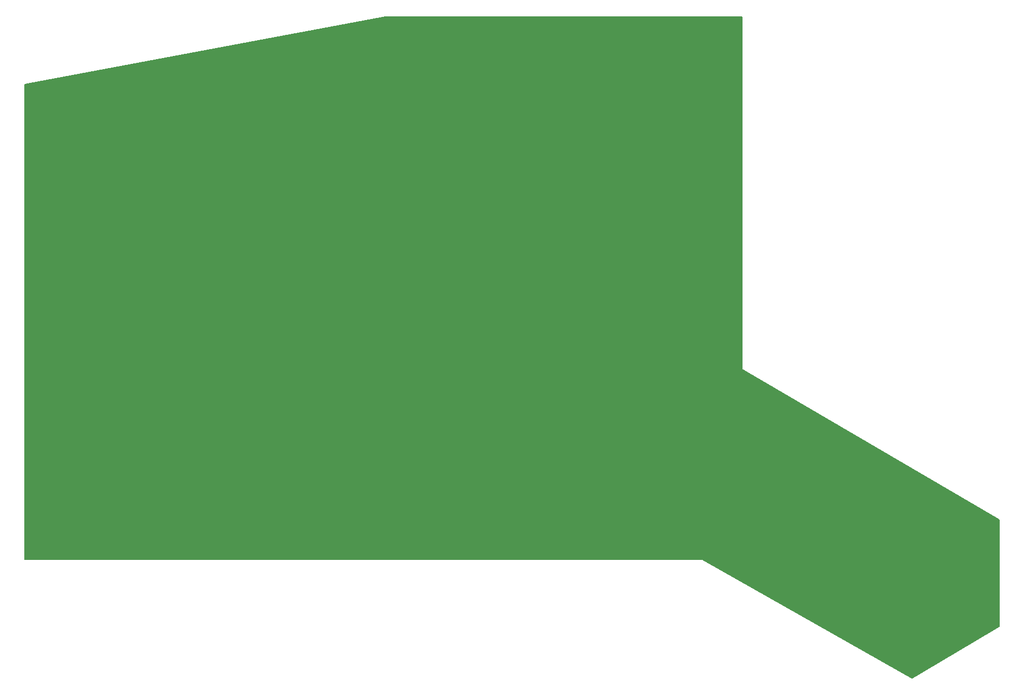
<source format=gts>
G04 #@! TF.GenerationSoftware,KiCad,Pcbnew,5.0.2-bee76a0~70~ubuntu18.04.1*
G04 #@! TF.CreationDate,2019-07-25T02:00:29+09:00*
G04 #@! TF.ProjectId,topR,746f7052-2e6b-4696-9361-645f70636258,rev?*
G04 #@! TF.SameCoordinates,Original*
G04 #@! TF.FileFunction,Soldermask,Top*
G04 #@! TF.FilePolarity,Negative*
%FSLAX46Y46*%
G04 Gerber Fmt 4.6, Leading zero omitted, Abs format (unit mm)*
G04 Created by KiCad (PCBNEW 5.0.2-bee76a0~70~ubuntu18.04.1) date 2019年07月25日 02時00分29秒*
%MOMM*%
%LPD*%
G01*
G04 APERTURE LIST*
%ADD10C,0.150000*%
%ADD11C,0.100000*%
G04 APERTURE END LIST*
D10*
G36*
X184785000Y-99060000D02*
X226060000Y-123190000D01*
X226060000Y-140335000D01*
X212090000Y-148590000D01*
X178435000Y-129540000D01*
X69850000Y-129540000D01*
X69850000Y-53340000D01*
X127635000Y-42545000D01*
X184785000Y-42545000D01*
X184785000Y-99060000D01*
G37*
X184785000Y-99060000D02*
X226060000Y-123190000D01*
X226060000Y-140335000D01*
X212090000Y-148590000D01*
X178435000Y-129540000D01*
X69850000Y-129540000D01*
X69850000Y-53340000D01*
X127635000Y-42545000D01*
X184785000Y-42545000D01*
X184785000Y-99060000D01*
D11*
G36*
X213277730Y-139090415D02*
X213425690Y-139151703D01*
X213558846Y-139240675D01*
X213672086Y-139353915D01*
X213761058Y-139487071D01*
X213822346Y-139635031D01*
X213853588Y-139792098D01*
X213853588Y-139952248D01*
X213822346Y-140109315D01*
X213761058Y-140257275D01*
X213672086Y-140390431D01*
X213558846Y-140503671D01*
X213425690Y-140592643D01*
X213277730Y-140653931D01*
X213120663Y-140685173D01*
X212960513Y-140685173D01*
X212803446Y-140653931D01*
X212655486Y-140592643D01*
X212522330Y-140503671D01*
X212409090Y-140390431D01*
X212320118Y-140257275D01*
X212258830Y-140109315D01*
X212227588Y-139952248D01*
X212227588Y-139792098D01*
X212258830Y-139635031D01*
X212320118Y-139487071D01*
X212409090Y-139353915D01*
X212522330Y-139240675D01*
X212655486Y-139151703D01*
X212803446Y-139090415D01*
X212960513Y-139059173D01*
X213120663Y-139059173D01*
X213277730Y-139090415D01*
X213277730Y-139090415D01*
G37*
G36*
X222063093Y-135402244D02*
X222063095Y-135402245D01*
X222063096Y-135402245D01*
X222436354Y-135556853D01*
X222436355Y-135556854D01*
X222772280Y-135781312D01*
X223057955Y-136066987D01*
X223057957Y-136066990D01*
X223282414Y-136402913D01*
X223437022Y-136776171D01*
X223515841Y-137172420D01*
X223515841Y-137576432D01*
X223437022Y-137972681D01*
X223282414Y-138345939D01*
X223282413Y-138345940D01*
X223057955Y-138681865D01*
X222772280Y-138967540D01*
X222772277Y-138967542D01*
X222436354Y-139191999D01*
X222063096Y-139346607D01*
X222063095Y-139346607D01*
X222063093Y-139346608D01*
X221666848Y-139425426D01*
X221262834Y-139425426D01*
X220866589Y-139346608D01*
X220866587Y-139346607D01*
X220866586Y-139346607D01*
X220493328Y-139191999D01*
X220157405Y-138967542D01*
X220157402Y-138967540D01*
X219871727Y-138681865D01*
X219647269Y-138345940D01*
X219647268Y-138345939D01*
X219492660Y-137972681D01*
X219413841Y-137576432D01*
X219413841Y-137172420D01*
X219492660Y-136776171D01*
X219647268Y-136402913D01*
X219871725Y-136066990D01*
X219871727Y-136066987D01*
X220157402Y-135781312D01*
X220493327Y-135556854D01*
X220493328Y-135556853D01*
X220866586Y-135402245D01*
X220866587Y-135402245D01*
X220866589Y-135402244D01*
X221262834Y-135323426D01*
X221666848Y-135323426D01*
X222063093Y-135402244D01*
X222063093Y-135402244D01*
G37*
G36*
X202059236Y-132613415D02*
X202207196Y-132674703D01*
X202340352Y-132763675D01*
X202453592Y-132876915D01*
X202542564Y-133010071D01*
X202603852Y-133158031D01*
X202635094Y-133315098D01*
X202635094Y-133475248D01*
X202603852Y-133632315D01*
X202542564Y-133780275D01*
X202453592Y-133913431D01*
X202340352Y-134026671D01*
X202207196Y-134115643D01*
X202059236Y-134176931D01*
X201902169Y-134208173D01*
X201742019Y-134208173D01*
X201584952Y-134176931D01*
X201436992Y-134115643D01*
X201303836Y-134026671D01*
X201190596Y-133913431D01*
X201101624Y-133780275D01*
X201040336Y-133632315D01*
X201009094Y-133475248D01*
X201009094Y-133315098D01*
X201040336Y-133158031D01*
X201101624Y-133010071D01*
X201190596Y-132876915D01*
X201303836Y-132763675D01*
X201436992Y-132674703D01*
X201584952Y-132613415D01*
X201742019Y-132582173D01*
X201902169Y-132582173D01*
X202059236Y-132613415D01*
X202059236Y-132613415D01*
G37*
G36*
X196767730Y-129565415D02*
X196915690Y-129626703D01*
X197048846Y-129715675D01*
X197162086Y-129828915D01*
X197251058Y-129962071D01*
X197312346Y-130110031D01*
X197343588Y-130267098D01*
X197343588Y-130427248D01*
X197312346Y-130584315D01*
X197251058Y-130732275D01*
X197162086Y-130865431D01*
X197048846Y-130978671D01*
X196915690Y-131067643D01*
X196767730Y-131128931D01*
X196610663Y-131160173D01*
X196450513Y-131160173D01*
X196293446Y-131128931D01*
X196145486Y-131067643D01*
X196012330Y-130978671D01*
X195899090Y-130865431D01*
X195810118Y-130732275D01*
X195748830Y-130584315D01*
X195717588Y-130427248D01*
X195717588Y-130267098D01*
X195748830Y-130110031D01*
X195810118Y-129962071D01*
X195899090Y-129828915D01*
X196012330Y-129715675D01*
X196145486Y-129626703D01*
X196293446Y-129565415D01*
X196450513Y-129534173D01*
X196610663Y-129534173D01*
X196767730Y-129565415D01*
X196767730Y-129565415D01*
G37*
G36*
X219754730Y-127871921D02*
X219902690Y-127933209D01*
X219969718Y-127977996D01*
X219995805Y-127995426D01*
X220035846Y-128022181D01*
X220149086Y-128135421D01*
X220238058Y-128268577D01*
X220299346Y-128416537D01*
X220330588Y-128573604D01*
X220330588Y-128733754D01*
X220299346Y-128890821D01*
X220238058Y-129038781D01*
X220149086Y-129171937D01*
X220035846Y-129285177D01*
X219902690Y-129374149D01*
X219754730Y-129435437D01*
X219597663Y-129466679D01*
X219437513Y-129466679D01*
X219280446Y-129435437D01*
X219132486Y-129374149D01*
X218999330Y-129285177D01*
X218886090Y-129171937D01*
X218797118Y-129038781D01*
X218735830Y-128890821D01*
X218704588Y-128733754D01*
X218704588Y-128573604D01*
X218735830Y-128416537D01*
X218797118Y-128268577D01*
X218886090Y-128135421D01*
X218999330Y-128022181D01*
X219039372Y-127995426D01*
X219065458Y-127977996D01*
X219132486Y-127933209D01*
X219280446Y-127871921D01*
X219437513Y-127840679D01*
X219597663Y-127840679D01*
X219754730Y-127871921D01*
X219754730Y-127871921D01*
G37*
G36*
X80458093Y-123972244D02*
X80458095Y-123972245D01*
X80458096Y-123972245D01*
X80831354Y-124126853D01*
X80831355Y-124126854D01*
X81167280Y-124351312D01*
X81452955Y-124636987D01*
X81452957Y-124636990D01*
X81677414Y-124972913D01*
X81832022Y-125346171D01*
X81832023Y-125346174D01*
X81910841Y-125742419D01*
X81910841Y-126146433D01*
X81908760Y-126156897D01*
X81832022Y-126542681D01*
X81677414Y-126915939D01*
X81677413Y-126915940D01*
X81452955Y-127251865D01*
X81167280Y-127537540D01*
X81167277Y-127537542D01*
X80831354Y-127761999D01*
X80458096Y-127916607D01*
X80458095Y-127916607D01*
X80458093Y-127916608D01*
X80061848Y-127995426D01*
X79657834Y-127995426D01*
X79261589Y-127916608D01*
X79261587Y-127916607D01*
X79261586Y-127916607D01*
X78888328Y-127761999D01*
X78552405Y-127537542D01*
X78552402Y-127537540D01*
X78266727Y-127251865D01*
X78042269Y-126915940D01*
X78042268Y-126915939D01*
X77887660Y-126542681D01*
X77810923Y-126156897D01*
X77808841Y-126146433D01*
X77808841Y-125742419D01*
X77887659Y-125346174D01*
X77887660Y-125346171D01*
X78042268Y-124972913D01*
X78266725Y-124636990D01*
X78266727Y-124636987D01*
X78552402Y-124351312D01*
X78888327Y-124126854D01*
X78888328Y-124126853D01*
X79261586Y-123972245D01*
X79261587Y-123972245D01*
X79261589Y-123972244D01*
X79657834Y-123893426D01*
X80061848Y-123893426D01*
X80458093Y-123972244D01*
X80458093Y-123972244D01*
G37*
G36*
X163154983Y-124654668D02*
X163302943Y-124715956D01*
X163436099Y-124804928D01*
X163549339Y-124918168D01*
X163638311Y-125051324D01*
X163699599Y-125199284D01*
X163730841Y-125356351D01*
X163730841Y-125516501D01*
X163699599Y-125673568D01*
X163638311Y-125821528D01*
X163549339Y-125954684D01*
X163436099Y-126067924D01*
X163302943Y-126156896D01*
X163154983Y-126218184D01*
X162997916Y-126249426D01*
X162837766Y-126249426D01*
X162680699Y-126218184D01*
X162532739Y-126156896D01*
X162399583Y-126067924D01*
X162286343Y-125954684D01*
X162197371Y-125821528D01*
X162136083Y-125673568D01*
X162104841Y-125516501D01*
X162104841Y-125356351D01*
X162136083Y-125199284D01*
X162197371Y-125051324D01*
X162286343Y-124918168D01*
X162399583Y-124804928D01*
X162532739Y-124715956D01*
X162680699Y-124654668D01*
X162837766Y-124623426D01*
X162997916Y-124623426D01*
X163154983Y-124654668D01*
X163154983Y-124654668D01*
G37*
G36*
X176108983Y-124654668D02*
X176256943Y-124715956D01*
X176390099Y-124804928D01*
X176503339Y-124918168D01*
X176592311Y-125051324D01*
X176653599Y-125199284D01*
X176684841Y-125356351D01*
X176684841Y-125516501D01*
X176653599Y-125673568D01*
X176592311Y-125821528D01*
X176503339Y-125954684D01*
X176390099Y-126067924D01*
X176256943Y-126156896D01*
X176108983Y-126218184D01*
X175951916Y-126249426D01*
X175791766Y-126249426D01*
X175634699Y-126218184D01*
X175486739Y-126156896D01*
X175353583Y-126067924D01*
X175240343Y-125954684D01*
X175151371Y-125821528D01*
X175090083Y-125673568D01*
X175058841Y-125516501D01*
X175058841Y-125356351D01*
X175090083Y-125199284D01*
X175151371Y-125051324D01*
X175240343Y-124918168D01*
X175353583Y-124804928D01*
X175486739Y-124715956D01*
X175634699Y-124654668D01*
X175791766Y-124623426D01*
X175951916Y-124623426D01*
X176108983Y-124654668D01*
X176108983Y-124654668D01*
G37*
G36*
X185549236Y-123088415D02*
X185697196Y-123149703D01*
X185830352Y-123238675D01*
X185943592Y-123351915D01*
X186032564Y-123485071D01*
X186093852Y-123633031D01*
X186125094Y-123790098D01*
X186125094Y-123950248D01*
X186093852Y-124107315D01*
X186046448Y-124221756D01*
X186032565Y-124255273D01*
X185968396Y-124351310D01*
X185943592Y-124388431D01*
X185830352Y-124501671D01*
X185697196Y-124590643D01*
X185549236Y-124651931D01*
X185392169Y-124683173D01*
X185232019Y-124683173D01*
X185074952Y-124651931D01*
X184926992Y-124590643D01*
X184793836Y-124501671D01*
X184680596Y-124388431D01*
X184655793Y-124351310D01*
X184591623Y-124255273D01*
X184577740Y-124221756D01*
X184530336Y-124107315D01*
X184499094Y-123950248D01*
X184499094Y-123790098D01*
X184530336Y-123633031D01*
X184591624Y-123485071D01*
X184680596Y-123351915D01*
X184793836Y-123238675D01*
X184926992Y-123149703D01*
X185074952Y-123088415D01*
X185232019Y-123057173D01*
X185392169Y-123057173D01*
X185549236Y-123088415D01*
X185549236Y-123088415D01*
G37*
G36*
X208536236Y-121394921D02*
X208684196Y-121456209D01*
X208817352Y-121545181D01*
X208930592Y-121658421D01*
X209019564Y-121791577D01*
X209080852Y-121939537D01*
X209112094Y-122096604D01*
X209112094Y-122256754D01*
X209080852Y-122413821D01*
X209019564Y-122561781D01*
X208930592Y-122694937D01*
X208817352Y-122808177D01*
X208684196Y-122897149D01*
X208536236Y-122958437D01*
X208379169Y-122989679D01*
X208219019Y-122989679D01*
X208061952Y-122958437D01*
X207913992Y-122897149D01*
X207780836Y-122808177D01*
X207667596Y-122694937D01*
X207578624Y-122561781D01*
X207517336Y-122413821D01*
X207486094Y-122256754D01*
X207486094Y-122096604D01*
X207517336Y-121939537D01*
X207578624Y-121791577D01*
X207667596Y-121658421D01*
X207780836Y-121545181D01*
X207913992Y-121456209D01*
X208061952Y-121394921D01*
X208219019Y-121363679D01*
X208379169Y-121363679D01*
X208536236Y-121394921D01*
X208536236Y-121394921D01*
G37*
G36*
X144104983Y-120844668D02*
X144252943Y-120905956D01*
X144386099Y-120994928D01*
X144499339Y-121108168D01*
X144588311Y-121241324D01*
X144649599Y-121389284D01*
X144680841Y-121546351D01*
X144680841Y-121706501D01*
X144649599Y-121863568D01*
X144588311Y-122011528D01*
X144499339Y-122144684D01*
X144386099Y-122257924D01*
X144252943Y-122346896D01*
X144104983Y-122408184D01*
X143947916Y-122439426D01*
X143787766Y-122439426D01*
X143630699Y-122408184D01*
X143482739Y-122346896D01*
X143349583Y-122257924D01*
X143236343Y-122144684D01*
X143147371Y-122011528D01*
X143086083Y-121863568D01*
X143054841Y-121706501D01*
X143054841Y-121546351D01*
X143086083Y-121389284D01*
X143147371Y-121241324D01*
X143236343Y-121108168D01*
X143349583Y-120994928D01*
X143482739Y-120905956D01*
X143630699Y-120844668D01*
X143787766Y-120813426D01*
X143947916Y-120813426D01*
X144104983Y-120844668D01*
X144104983Y-120844668D01*
G37*
G36*
X157058983Y-120844668D02*
X157206943Y-120905956D01*
X157340099Y-120994928D01*
X157453339Y-121108168D01*
X157542311Y-121241324D01*
X157603599Y-121389284D01*
X157634841Y-121546351D01*
X157634841Y-121706501D01*
X157603599Y-121863568D01*
X157542311Y-122011528D01*
X157453339Y-122144684D01*
X157340099Y-122257924D01*
X157206943Y-122346896D01*
X157058983Y-122408184D01*
X156901916Y-122439426D01*
X156741766Y-122439426D01*
X156584699Y-122408184D01*
X156436739Y-122346896D01*
X156303583Y-122257924D01*
X156190343Y-122144684D01*
X156101371Y-122011528D01*
X156040083Y-121863568D01*
X156008841Y-121706501D01*
X156008841Y-121546351D01*
X156040083Y-121389284D01*
X156101371Y-121241324D01*
X156190343Y-121108168D01*
X156303583Y-120994928D01*
X156436739Y-120905956D01*
X156584699Y-120844668D01*
X156741766Y-120813426D01*
X156901916Y-120813426D01*
X157058983Y-120844668D01*
X157058983Y-120844668D01*
G37*
G36*
X73619983Y-118939668D02*
X73767943Y-119000956D01*
X73834971Y-119045743D01*
X73901098Y-119089927D01*
X74014340Y-119203169D01*
X74058524Y-119269296D01*
X74103311Y-119336324D01*
X74164599Y-119484284D01*
X74195841Y-119641351D01*
X74195841Y-119801501D01*
X74164599Y-119958568D01*
X74103311Y-120106528D01*
X74014339Y-120239684D01*
X73901099Y-120352924D01*
X73767943Y-120441896D01*
X73619983Y-120503184D01*
X73462916Y-120534426D01*
X73302766Y-120534426D01*
X73145699Y-120503184D01*
X72997739Y-120441896D01*
X72864583Y-120352924D01*
X72751343Y-120239684D01*
X72662371Y-120106528D01*
X72601083Y-119958568D01*
X72569841Y-119801501D01*
X72569841Y-119641351D01*
X72601083Y-119484284D01*
X72662371Y-119336324D01*
X72707158Y-119269296D01*
X72751342Y-119203169D01*
X72864584Y-119089927D01*
X72930711Y-119045743D01*
X72997739Y-119000956D01*
X73145699Y-118939668D01*
X73302766Y-118908426D01*
X73462916Y-118908426D01*
X73619983Y-118939668D01*
X73619983Y-118939668D01*
G37*
G36*
X86573983Y-118939668D02*
X86721943Y-119000956D01*
X86788971Y-119045743D01*
X86855098Y-119089927D01*
X86968340Y-119203169D01*
X87012524Y-119269296D01*
X87057311Y-119336324D01*
X87118599Y-119484284D01*
X87149841Y-119641351D01*
X87149841Y-119801501D01*
X87118599Y-119958568D01*
X87057311Y-120106528D01*
X86968339Y-120239684D01*
X86855099Y-120352924D01*
X86721943Y-120441896D01*
X86573983Y-120503184D01*
X86416916Y-120534426D01*
X86256766Y-120534426D01*
X86099699Y-120503184D01*
X85951739Y-120441896D01*
X85818583Y-120352924D01*
X85705343Y-120239684D01*
X85616371Y-120106528D01*
X85555083Y-119958568D01*
X85523841Y-119801501D01*
X85523841Y-119641351D01*
X85555083Y-119484284D01*
X85616371Y-119336324D01*
X85661158Y-119269296D01*
X85705342Y-119203169D01*
X85818584Y-119089927D01*
X85884711Y-119045743D01*
X85951739Y-119000956D01*
X86099699Y-118939668D01*
X86256766Y-118908426D01*
X86416916Y-118908426D01*
X86573983Y-118939668D01*
X86573983Y-118939668D01*
G37*
G36*
X203244730Y-118346921D02*
X203392690Y-118408209D01*
X203525846Y-118497181D01*
X203639086Y-118610421D01*
X203728058Y-118743577D01*
X203789346Y-118891537D01*
X203820588Y-119048604D01*
X203820588Y-119208754D01*
X203789346Y-119365821D01*
X203741942Y-119480262D01*
X203728059Y-119513779D01*
X203642819Y-119641351D01*
X203639086Y-119646937D01*
X203525846Y-119760177D01*
X203392690Y-119849149D01*
X203244730Y-119910437D01*
X203087663Y-119941679D01*
X202927513Y-119941679D01*
X202770446Y-119910437D01*
X202622486Y-119849149D01*
X202489330Y-119760177D01*
X202376090Y-119646937D01*
X202372358Y-119641351D01*
X202287117Y-119513779D01*
X202273234Y-119480262D01*
X202225830Y-119365821D01*
X202194588Y-119208754D01*
X202194588Y-119048604D01*
X202225830Y-118891537D01*
X202287118Y-118743577D01*
X202376090Y-118610421D01*
X202489330Y-118497181D01*
X202622486Y-118408209D01*
X202770446Y-118346921D01*
X202927513Y-118315679D01*
X203087663Y-118315679D01*
X203244730Y-118346921D01*
X203244730Y-118346921D01*
G37*
G36*
X192026236Y-111869921D02*
X192174196Y-111931209D01*
X192307352Y-112020181D01*
X192420592Y-112133421D01*
X192509564Y-112266577D01*
X192570852Y-112414537D01*
X192602094Y-112571604D01*
X192602094Y-112731754D01*
X192570852Y-112888821D01*
X192509564Y-113036781D01*
X192420592Y-113169937D01*
X192307352Y-113283177D01*
X192174196Y-113372149D01*
X192026236Y-113433437D01*
X191869169Y-113464679D01*
X191709019Y-113464679D01*
X191551952Y-113433437D01*
X191403992Y-113372149D01*
X191270836Y-113283177D01*
X191157596Y-113169937D01*
X191068624Y-113036781D01*
X191007336Y-112888821D01*
X190976094Y-112731754D01*
X190976094Y-112571604D01*
X191007336Y-112414537D01*
X191068624Y-112266577D01*
X191157596Y-112133421D01*
X191270836Y-112020181D01*
X191403992Y-111931209D01*
X191551952Y-111869921D01*
X191709019Y-111838679D01*
X191869169Y-111838679D01*
X192026236Y-111869921D01*
X192026236Y-111869921D01*
G37*
G36*
X176108983Y-111700668D02*
X176256943Y-111761956D01*
X176390099Y-111850928D01*
X176503339Y-111964168D01*
X176592311Y-112097324D01*
X176653599Y-112245284D01*
X176684841Y-112402351D01*
X176684841Y-112562501D01*
X176653599Y-112719568D01*
X176592311Y-112867528D01*
X176503339Y-113000684D01*
X176390099Y-113113924D01*
X176256943Y-113202896D01*
X176108983Y-113264184D01*
X175951916Y-113295426D01*
X175791766Y-113295426D01*
X175634699Y-113264184D01*
X175486739Y-113202896D01*
X175353583Y-113113924D01*
X175240343Y-113000684D01*
X175151371Y-112867528D01*
X175090083Y-112719568D01*
X175058841Y-112562501D01*
X175058841Y-112402351D01*
X175090083Y-112245284D01*
X175151371Y-112097324D01*
X175240343Y-111964168D01*
X175353583Y-111850928D01*
X175486739Y-111761956D01*
X175634699Y-111700668D01*
X175791766Y-111669426D01*
X175951916Y-111669426D01*
X176108983Y-111700668D01*
X176108983Y-111700668D01*
G37*
G36*
X163154983Y-111700668D02*
X163302943Y-111761956D01*
X163436099Y-111850928D01*
X163549339Y-111964168D01*
X163638311Y-112097324D01*
X163699599Y-112245284D01*
X163730841Y-112402351D01*
X163730841Y-112562501D01*
X163699599Y-112719568D01*
X163638311Y-112867528D01*
X163549339Y-113000684D01*
X163436099Y-113113924D01*
X163302943Y-113202896D01*
X163154983Y-113264184D01*
X162997916Y-113295426D01*
X162837766Y-113295426D01*
X162680699Y-113264184D01*
X162532739Y-113202896D01*
X162399583Y-113113924D01*
X162286343Y-113000684D01*
X162197371Y-112867528D01*
X162136083Y-112719568D01*
X162104841Y-112562501D01*
X162104841Y-112402351D01*
X162136083Y-112245284D01*
X162197371Y-112097324D01*
X162286343Y-111964168D01*
X162399583Y-111850928D01*
X162532739Y-111761956D01*
X162680699Y-111700668D01*
X162837766Y-111669426D01*
X162997916Y-111669426D01*
X163154983Y-111700668D01*
X163154983Y-111700668D01*
G37*
G36*
X92669983Y-109414668D02*
X92817943Y-109475956D01*
X92951099Y-109564928D01*
X93064339Y-109678168D01*
X93153311Y-109811324D01*
X93214599Y-109959284D01*
X93245841Y-110116351D01*
X93245841Y-110276501D01*
X93214599Y-110433568D01*
X93153311Y-110581528D01*
X93064339Y-110714684D01*
X92951099Y-110827924D01*
X92817943Y-110916896D01*
X92669983Y-110978184D01*
X92512916Y-111009426D01*
X92352766Y-111009426D01*
X92195699Y-110978184D01*
X92047739Y-110916896D01*
X91914583Y-110827924D01*
X91801343Y-110714684D01*
X91712371Y-110581528D01*
X91651083Y-110433568D01*
X91619841Y-110276501D01*
X91619841Y-110116351D01*
X91651083Y-109959284D01*
X91712371Y-109811324D01*
X91801343Y-109678168D01*
X91914583Y-109564928D01*
X92047739Y-109475956D01*
X92195699Y-109414668D01*
X92352766Y-109383426D01*
X92512916Y-109383426D01*
X92669983Y-109414668D01*
X92669983Y-109414668D01*
G37*
G36*
X105623983Y-109414668D02*
X105771943Y-109475956D01*
X105905099Y-109564928D01*
X106018339Y-109678168D01*
X106107311Y-109811324D01*
X106168599Y-109959284D01*
X106199841Y-110116351D01*
X106199841Y-110276501D01*
X106168599Y-110433568D01*
X106107311Y-110581528D01*
X106018339Y-110714684D01*
X105905099Y-110827924D01*
X105771943Y-110916896D01*
X105623983Y-110978184D01*
X105466916Y-111009426D01*
X105306766Y-111009426D01*
X105149699Y-110978184D01*
X105001739Y-110916896D01*
X104868583Y-110827924D01*
X104755343Y-110714684D01*
X104666371Y-110581528D01*
X104605083Y-110433568D01*
X104573841Y-110276501D01*
X104573841Y-110116351D01*
X104605083Y-109959284D01*
X104666371Y-109811324D01*
X104755343Y-109678168D01*
X104868583Y-109564928D01*
X105001739Y-109475956D01*
X105149699Y-109414668D01*
X105306766Y-109383426D01*
X105466916Y-109383426D01*
X105623983Y-109414668D01*
X105623983Y-109414668D01*
G37*
G36*
X144104983Y-107890668D02*
X144252943Y-107951956D01*
X144386099Y-108040928D01*
X144499339Y-108154168D01*
X144588311Y-108287324D01*
X144649599Y-108435284D01*
X144680841Y-108592351D01*
X144680841Y-108752501D01*
X144649599Y-108909568D01*
X144588311Y-109057528D01*
X144499339Y-109190684D01*
X144386099Y-109303924D01*
X144252943Y-109392896D01*
X144104983Y-109454184D01*
X143947916Y-109485426D01*
X143787766Y-109485426D01*
X143630699Y-109454184D01*
X143482739Y-109392896D01*
X143349583Y-109303924D01*
X143236343Y-109190684D01*
X143147371Y-109057528D01*
X143086083Y-108909568D01*
X143054841Y-108752501D01*
X143054841Y-108592351D01*
X143086083Y-108435284D01*
X143147371Y-108287324D01*
X143236343Y-108154168D01*
X143349583Y-108040928D01*
X143482739Y-107951956D01*
X143630699Y-107890668D01*
X143787766Y-107859426D01*
X143947916Y-107859426D01*
X144104983Y-107890668D01*
X144104983Y-107890668D01*
G37*
G36*
X157058983Y-107890668D02*
X157206943Y-107951956D01*
X157340099Y-108040928D01*
X157453339Y-108154168D01*
X157542311Y-108287324D01*
X157603599Y-108435284D01*
X157634841Y-108592351D01*
X157634841Y-108752501D01*
X157603599Y-108909568D01*
X157542311Y-109057528D01*
X157453339Y-109190684D01*
X157340099Y-109303924D01*
X157206943Y-109392896D01*
X157058983Y-109454184D01*
X156901916Y-109485426D01*
X156741766Y-109485426D01*
X156584699Y-109454184D01*
X156436739Y-109392896D01*
X156303583Y-109303924D01*
X156190343Y-109190684D01*
X156101371Y-109057528D01*
X156040083Y-108909568D01*
X156008841Y-108752501D01*
X156008841Y-108592351D01*
X156040083Y-108435284D01*
X156101371Y-108287324D01*
X156190343Y-108154168D01*
X156303583Y-108040928D01*
X156436739Y-107951956D01*
X156584699Y-107890668D01*
X156741766Y-107859426D01*
X156901916Y-107859426D01*
X157058983Y-107890668D01*
X157058983Y-107890668D01*
G37*
G36*
X73619983Y-105985668D02*
X73767943Y-106046956D01*
X73901099Y-106135928D01*
X74014339Y-106249168D01*
X74103311Y-106382324D01*
X74164599Y-106530284D01*
X74195841Y-106687351D01*
X74195841Y-106847501D01*
X74164599Y-107004568D01*
X74103311Y-107152528D01*
X74014339Y-107285684D01*
X73901099Y-107398924D01*
X73767943Y-107487896D01*
X73619983Y-107549184D01*
X73462916Y-107580426D01*
X73302766Y-107580426D01*
X73145699Y-107549184D01*
X72997739Y-107487896D01*
X72864583Y-107398924D01*
X72751343Y-107285684D01*
X72662371Y-107152528D01*
X72601083Y-107004568D01*
X72569841Y-106847501D01*
X72569841Y-106687351D01*
X72601083Y-106530284D01*
X72662371Y-106382324D01*
X72751343Y-106249168D01*
X72864583Y-106135928D01*
X72997739Y-106046956D01*
X73145699Y-105985668D01*
X73302766Y-105954426D01*
X73462916Y-105954426D01*
X73619983Y-105985668D01*
X73619983Y-105985668D01*
G37*
G36*
X86573983Y-105985668D02*
X86721943Y-106046956D01*
X86855099Y-106135928D01*
X86968339Y-106249168D01*
X87057311Y-106382324D01*
X87118599Y-106530284D01*
X87149841Y-106687351D01*
X87149841Y-106847501D01*
X87118599Y-107004568D01*
X87057311Y-107152528D01*
X86968339Y-107285684D01*
X86855099Y-107398924D01*
X86721943Y-107487896D01*
X86573983Y-107549184D01*
X86416916Y-107580426D01*
X86256766Y-107580426D01*
X86099699Y-107549184D01*
X85951739Y-107487896D01*
X85818583Y-107398924D01*
X85705343Y-107285684D01*
X85616371Y-107152528D01*
X85555083Y-107004568D01*
X85523841Y-106847501D01*
X85523841Y-106687351D01*
X85555083Y-106530284D01*
X85616371Y-106382324D01*
X85705343Y-106249168D01*
X85818583Y-106135928D01*
X85951739Y-106046956D01*
X86099699Y-105985668D01*
X86256766Y-105954426D01*
X86416916Y-105954426D01*
X86573983Y-105985668D01*
X86573983Y-105985668D01*
G37*
G36*
X181823983Y-103699668D02*
X181971943Y-103760956D01*
X182105099Y-103849928D01*
X182218339Y-103963168D01*
X182307311Y-104096324D01*
X182368599Y-104244284D01*
X182399841Y-104401351D01*
X182399841Y-104561501D01*
X182368599Y-104718568D01*
X182307311Y-104866528D01*
X182218339Y-104999684D01*
X182105099Y-105112924D01*
X181971943Y-105201896D01*
X181823983Y-105263184D01*
X181666916Y-105294426D01*
X181506766Y-105294426D01*
X181349699Y-105263184D01*
X181201739Y-105201896D01*
X181068583Y-105112924D01*
X180955343Y-104999684D01*
X180866371Y-104866528D01*
X180805083Y-104718568D01*
X180773841Y-104561501D01*
X180773841Y-104401351D01*
X180805083Y-104244284D01*
X180866371Y-104096324D01*
X180955343Y-103963168D01*
X181068583Y-103849928D01*
X181201739Y-103760956D01*
X181349699Y-103699668D01*
X181506766Y-103668426D01*
X181666916Y-103668426D01*
X181823983Y-103699668D01*
X181823983Y-103699668D01*
G37*
G36*
X168869983Y-103699668D02*
X169017943Y-103760956D01*
X169151099Y-103849928D01*
X169264339Y-103963168D01*
X169353311Y-104096324D01*
X169414599Y-104244284D01*
X169445841Y-104401351D01*
X169445841Y-104561501D01*
X169414599Y-104718568D01*
X169353311Y-104866528D01*
X169264339Y-104999684D01*
X169151099Y-105112924D01*
X169017943Y-105201896D01*
X168869983Y-105263184D01*
X168712916Y-105294426D01*
X168552766Y-105294426D01*
X168395699Y-105263184D01*
X168247739Y-105201896D01*
X168114583Y-105112924D01*
X168001343Y-104999684D01*
X167912371Y-104866528D01*
X167851083Y-104718568D01*
X167819841Y-104561501D01*
X167819841Y-104401351D01*
X167851083Y-104244284D01*
X167912371Y-104096324D01*
X168001343Y-103963168D01*
X168114583Y-103849928D01*
X168247739Y-103760956D01*
X168395699Y-103699668D01*
X168552766Y-103668426D01*
X168712916Y-103668426D01*
X168869983Y-103699668D01*
X168869983Y-103699668D01*
G37*
G36*
X124673983Y-99889668D02*
X124821943Y-99950956D01*
X124955099Y-100039928D01*
X125068339Y-100153168D01*
X125157311Y-100286324D01*
X125218599Y-100434284D01*
X125249841Y-100591351D01*
X125249841Y-100751501D01*
X125218599Y-100908568D01*
X125157311Y-101056528D01*
X125068339Y-101189684D01*
X124955099Y-101302924D01*
X124821943Y-101391896D01*
X124673983Y-101453184D01*
X124516916Y-101484426D01*
X124356766Y-101484426D01*
X124199699Y-101453184D01*
X124051739Y-101391896D01*
X123918583Y-101302924D01*
X123805343Y-101189684D01*
X123716371Y-101056528D01*
X123655083Y-100908568D01*
X123623841Y-100751501D01*
X123623841Y-100591351D01*
X123655083Y-100434284D01*
X123716371Y-100286324D01*
X123805343Y-100153168D01*
X123918583Y-100039928D01*
X124051739Y-99950956D01*
X124199699Y-99889668D01*
X124356766Y-99858426D01*
X124516916Y-99858426D01*
X124673983Y-99889668D01*
X124673983Y-99889668D01*
G37*
G36*
X111719983Y-99889668D02*
X111867943Y-99950956D01*
X112001099Y-100039928D01*
X112114339Y-100153168D01*
X112203311Y-100286324D01*
X112264599Y-100434284D01*
X112295841Y-100591351D01*
X112295841Y-100751501D01*
X112264599Y-100908568D01*
X112203311Y-101056528D01*
X112114339Y-101189684D01*
X112001099Y-101302924D01*
X111867943Y-101391896D01*
X111719983Y-101453184D01*
X111562916Y-101484426D01*
X111402766Y-101484426D01*
X111245699Y-101453184D01*
X111097739Y-101391896D01*
X110964583Y-101302924D01*
X110851343Y-101189684D01*
X110762371Y-101056528D01*
X110701083Y-100908568D01*
X110669841Y-100751501D01*
X110669841Y-100591351D01*
X110701083Y-100434284D01*
X110762371Y-100286324D01*
X110851343Y-100153168D01*
X110964583Y-100039928D01*
X111097739Y-99950956D01*
X111245699Y-99889668D01*
X111402766Y-99858426D01*
X111562916Y-99858426D01*
X111719983Y-99889668D01*
X111719983Y-99889668D01*
G37*
G36*
X86573983Y-99889668D02*
X86721943Y-99950956D01*
X86855099Y-100039928D01*
X86968339Y-100153168D01*
X87057311Y-100286324D01*
X87118599Y-100434284D01*
X87149841Y-100591351D01*
X87149841Y-100751501D01*
X87118599Y-100908568D01*
X87057311Y-101056528D01*
X86968339Y-101189684D01*
X86855099Y-101302924D01*
X86721943Y-101391896D01*
X86573983Y-101453184D01*
X86416916Y-101484426D01*
X86256766Y-101484426D01*
X86099699Y-101453184D01*
X85951739Y-101391896D01*
X85818583Y-101302924D01*
X85705343Y-101189684D01*
X85616371Y-101056528D01*
X85555083Y-100908568D01*
X85523841Y-100751501D01*
X85523841Y-100591351D01*
X85555083Y-100434284D01*
X85616371Y-100286324D01*
X85705343Y-100153168D01*
X85818583Y-100039928D01*
X85951739Y-99950956D01*
X86099699Y-99889668D01*
X86256766Y-99858426D01*
X86416916Y-99858426D01*
X86573983Y-99889668D01*
X86573983Y-99889668D01*
G37*
G36*
X73619983Y-99889668D02*
X73767943Y-99950956D01*
X73901099Y-100039928D01*
X74014339Y-100153168D01*
X74103311Y-100286324D01*
X74164599Y-100434284D01*
X74195841Y-100591351D01*
X74195841Y-100751501D01*
X74164599Y-100908568D01*
X74103311Y-101056528D01*
X74014339Y-101189684D01*
X73901099Y-101302924D01*
X73767943Y-101391896D01*
X73619983Y-101453184D01*
X73462916Y-101484426D01*
X73302766Y-101484426D01*
X73145699Y-101453184D01*
X72997739Y-101391896D01*
X72864583Y-101302924D01*
X72751343Y-101189684D01*
X72662371Y-101056528D01*
X72601083Y-100908568D01*
X72569841Y-100751501D01*
X72569841Y-100591351D01*
X72601083Y-100434284D01*
X72662371Y-100286324D01*
X72751343Y-100153168D01*
X72864583Y-100039928D01*
X72997739Y-99950956D01*
X73145699Y-99889668D01*
X73302766Y-99858426D01*
X73462916Y-99858426D01*
X73619983Y-99889668D01*
X73619983Y-99889668D01*
G37*
G36*
X149819983Y-99889668D02*
X149967943Y-99950956D01*
X150101099Y-100039928D01*
X150214339Y-100153168D01*
X150303311Y-100286324D01*
X150364599Y-100434284D01*
X150395841Y-100591351D01*
X150395841Y-100751501D01*
X150364599Y-100908568D01*
X150303311Y-101056528D01*
X150214339Y-101189684D01*
X150101099Y-101302924D01*
X149967943Y-101391896D01*
X149819983Y-101453184D01*
X149662916Y-101484426D01*
X149502766Y-101484426D01*
X149345699Y-101453184D01*
X149197739Y-101391896D01*
X149064583Y-101302924D01*
X148951343Y-101189684D01*
X148862371Y-101056528D01*
X148801083Y-100908568D01*
X148769841Y-100751501D01*
X148769841Y-100591351D01*
X148801083Y-100434284D01*
X148862371Y-100286324D01*
X148951343Y-100153168D01*
X149064583Y-100039928D01*
X149197739Y-99950956D01*
X149345699Y-99889668D01*
X149502766Y-99858426D01*
X149662916Y-99858426D01*
X149819983Y-99889668D01*
X149819983Y-99889668D01*
G37*
G36*
X162773983Y-99889668D02*
X162921943Y-99950956D01*
X163055099Y-100039928D01*
X163168339Y-100153168D01*
X163257311Y-100286324D01*
X163318599Y-100434284D01*
X163349841Y-100591351D01*
X163349841Y-100751501D01*
X163318599Y-100908568D01*
X163257311Y-101056528D01*
X163168339Y-101189684D01*
X163055099Y-101302924D01*
X162921943Y-101391896D01*
X162773983Y-101453184D01*
X162616916Y-101484426D01*
X162456766Y-101484426D01*
X162299699Y-101453184D01*
X162151739Y-101391896D01*
X162018583Y-101302924D01*
X161905343Y-101189684D01*
X161816371Y-101056528D01*
X161755083Y-100908568D01*
X161723841Y-100751501D01*
X161723841Y-100591351D01*
X161755083Y-100434284D01*
X161816371Y-100286324D01*
X161905343Y-100153168D01*
X162018583Y-100039928D01*
X162151739Y-99950956D01*
X162299699Y-99889668D01*
X162456766Y-99858426D01*
X162616916Y-99858426D01*
X162773983Y-99889668D01*
X162773983Y-99889668D01*
G37*
G36*
X105623983Y-96460668D02*
X105771943Y-96521956D01*
X105838971Y-96566743D01*
X105905098Y-96610927D01*
X106018340Y-96724169D01*
X106056548Y-96781352D01*
X106107311Y-96857324D01*
X106168599Y-97005284D01*
X106199841Y-97162351D01*
X106199841Y-97322501D01*
X106168599Y-97479568D01*
X106107311Y-97627528D01*
X106018339Y-97760684D01*
X105905099Y-97873924D01*
X105771943Y-97962896D01*
X105623983Y-98024184D01*
X105466916Y-98055426D01*
X105306766Y-98055426D01*
X105149699Y-98024184D01*
X105001739Y-97962896D01*
X104868583Y-97873924D01*
X104755343Y-97760684D01*
X104666371Y-97627528D01*
X104605083Y-97479568D01*
X104573841Y-97322501D01*
X104573841Y-97162351D01*
X104605083Y-97005284D01*
X104666371Y-96857324D01*
X104717134Y-96781352D01*
X104755342Y-96724169D01*
X104868584Y-96610927D01*
X104934711Y-96566743D01*
X105001739Y-96521956D01*
X105149699Y-96460668D01*
X105306766Y-96429426D01*
X105466916Y-96429426D01*
X105623983Y-96460668D01*
X105623983Y-96460668D01*
G37*
G36*
X92669983Y-96460668D02*
X92817943Y-96521956D01*
X92884971Y-96566743D01*
X92951098Y-96610927D01*
X93064340Y-96724169D01*
X93102548Y-96781352D01*
X93153311Y-96857324D01*
X93214599Y-97005284D01*
X93245841Y-97162351D01*
X93245841Y-97322501D01*
X93214599Y-97479568D01*
X93153311Y-97627528D01*
X93064339Y-97760684D01*
X92951099Y-97873924D01*
X92817943Y-97962896D01*
X92669983Y-98024184D01*
X92512916Y-98055426D01*
X92352766Y-98055426D01*
X92195699Y-98024184D01*
X92047739Y-97962896D01*
X91914583Y-97873924D01*
X91801343Y-97760684D01*
X91712371Y-97627528D01*
X91651083Y-97479568D01*
X91619841Y-97322501D01*
X91619841Y-97162351D01*
X91651083Y-97005284D01*
X91712371Y-96857324D01*
X91763134Y-96781352D01*
X91801342Y-96724169D01*
X91914584Y-96610927D01*
X91980711Y-96566743D01*
X92047739Y-96521956D01*
X92195699Y-96460668D01*
X92352766Y-96429426D01*
X92512916Y-96429426D01*
X92669983Y-96460668D01*
X92669983Y-96460668D01*
G37*
G36*
X143723983Y-96079668D02*
X143871943Y-96140956D01*
X144005099Y-96229928D01*
X144118339Y-96343168D01*
X144207311Y-96476324D01*
X144268599Y-96624284D01*
X144299841Y-96781351D01*
X144299841Y-96941501D01*
X144268599Y-97098568D01*
X144242179Y-97162351D01*
X144207312Y-97246526D01*
X144156548Y-97322501D01*
X144118339Y-97379684D01*
X144005099Y-97492924D01*
X143871943Y-97581896D01*
X143723983Y-97643184D01*
X143566916Y-97674426D01*
X143406766Y-97674426D01*
X143249699Y-97643184D01*
X143101739Y-97581896D01*
X142968583Y-97492924D01*
X142855343Y-97379684D01*
X142817135Y-97322501D01*
X142766370Y-97246526D01*
X142731503Y-97162351D01*
X142705083Y-97098568D01*
X142673841Y-96941501D01*
X142673841Y-96781351D01*
X142705083Y-96624284D01*
X142766371Y-96476324D01*
X142855343Y-96343168D01*
X142968583Y-96229928D01*
X143101739Y-96140956D01*
X143249699Y-96079668D01*
X143406766Y-96048426D01*
X143566916Y-96048426D01*
X143723983Y-96079668D01*
X143723983Y-96079668D01*
G37*
G36*
X130769983Y-96079668D02*
X130917943Y-96140956D01*
X131051099Y-96229928D01*
X131164339Y-96343168D01*
X131253311Y-96476324D01*
X131314599Y-96624284D01*
X131345841Y-96781351D01*
X131345841Y-96941501D01*
X131314599Y-97098568D01*
X131288179Y-97162351D01*
X131253312Y-97246526D01*
X131202548Y-97322501D01*
X131164339Y-97379684D01*
X131051099Y-97492924D01*
X130917943Y-97581896D01*
X130769983Y-97643184D01*
X130612916Y-97674426D01*
X130452766Y-97674426D01*
X130295699Y-97643184D01*
X130147739Y-97581896D01*
X130014583Y-97492924D01*
X129901343Y-97379684D01*
X129863135Y-97322501D01*
X129812370Y-97246526D01*
X129777503Y-97162351D01*
X129751083Y-97098568D01*
X129719841Y-96941501D01*
X129719841Y-96781351D01*
X129751083Y-96624284D01*
X129812371Y-96476324D01*
X129901343Y-96343168D01*
X130014583Y-96229928D01*
X130147739Y-96140956D01*
X130295699Y-96079668D01*
X130452766Y-96048426D01*
X130612916Y-96048426D01*
X130769983Y-96079668D01*
X130769983Y-96079668D01*
G37*
G36*
X168869983Y-90745668D02*
X169017943Y-90806956D01*
X169084971Y-90851743D01*
X169151098Y-90895927D01*
X169264340Y-91009169D01*
X169302548Y-91066352D01*
X169353311Y-91142324D01*
X169414599Y-91290284D01*
X169445841Y-91447351D01*
X169445841Y-91607501D01*
X169414599Y-91764568D01*
X169353311Y-91912528D01*
X169264339Y-92045684D01*
X169151099Y-92158924D01*
X169017943Y-92247896D01*
X168869983Y-92309184D01*
X168712916Y-92340426D01*
X168552766Y-92340426D01*
X168395699Y-92309184D01*
X168247739Y-92247896D01*
X168114583Y-92158924D01*
X168001343Y-92045684D01*
X167912371Y-91912528D01*
X167851083Y-91764568D01*
X167819841Y-91607501D01*
X167819841Y-91447351D01*
X167851083Y-91290284D01*
X167912371Y-91142324D01*
X167963134Y-91066352D01*
X168001342Y-91009169D01*
X168114584Y-90895927D01*
X168180711Y-90851743D01*
X168247739Y-90806956D01*
X168395699Y-90745668D01*
X168552766Y-90714426D01*
X168712916Y-90714426D01*
X168869983Y-90745668D01*
X168869983Y-90745668D01*
G37*
G36*
X181823983Y-90745668D02*
X181971943Y-90806956D01*
X182038971Y-90851743D01*
X182105098Y-90895927D01*
X182218340Y-91009169D01*
X182256548Y-91066352D01*
X182307311Y-91142324D01*
X182368599Y-91290284D01*
X182399841Y-91447351D01*
X182399841Y-91607501D01*
X182368599Y-91764568D01*
X182307311Y-91912528D01*
X182218339Y-92045684D01*
X182105099Y-92158924D01*
X181971943Y-92247896D01*
X181823983Y-92309184D01*
X181666916Y-92340426D01*
X181506766Y-92340426D01*
X181349699Y-92309184D01*
X181201739Y-92247896D01*
X181068583Y-92158924D01*
X180955343Y-92045684D01*
X180866371Y-91912528D01*
X180805083Y-91764568D01*
X180773841Y-91607501D01*
X180773841Y-91447351D01*
X180805083Y-91290284D01*
X180866371Y-91142324D01*
X180917134Y-91066352D01*
X180955342Y-91009169D01*
X181068584Y-90895927D01*
X181134711Y-90851743D01*
X181201739Y-90806956D01*
X181349699Y-90745668D01*
X181506766Y-90714426D01*
X181666916Y-90714426D01*
X181823983Y-90745668D01*
X181823983Y-90745668D01*
G37*
G36*
X105623983Y-90364668D02*
X105771943Y-90425956D01*
X105905099Y-90514928D01*
X106018339Y-90628168D01*
X106107311Y-90761324D01*
X106168599Y-90909284D01*
X106199841Y-91066351D01*
X106199841Y-91226501D01*
X106168599Y-91383568D01*
X106142179Y-91447351D01*
X106107312Y-91531526D01*
X106056548Y-91607501D01*
X106018339Y-91664684D01*
X105905099Y-91777924D01*
X105771943Y-91866896D01*
X105623983Y-91928184D01*
X105466916Y-91959426D01*
X105306766Y-91959426D01*
X105149699Y-91928184D01*
X105001739Y-91866896D01*
X104868583Y-91777924D01*
X104755343Y-91664684D01*
X104717135Y-91607501D01*
X104666370Y-91531526D01*
X104631503Y-91447351D01*
X104605083Y-91383568D01*
X104573841Y-91226501D01*
X104573841Y-91066351D01*
X104605083Y-90909284D01*
X104666371Y-90761324D01*
X104755343Y-90628168D01*
X104868583Y-90514928D01*
X105001739Y-90425956D01*
X105149699Y-90364668D01*
X105306766Y-90333426D01*
X105466916Y-90333426D01*
X105623983Y-90364668D01*
X105623983Y-90364668D01*
G37*
G36*
X92669983Y-90364668D02*
X92817943Y-90425956D01*
X92951099Y-90514928D01*
X93064339Y-90628168D01*
X93153311Y-90761324D01*
X93214599Y-90909284D01*
X93245841Y-91066351D01*
X93245841Y-91226501D01*
X93214599Y-91383568D01*
X93188179Y-91447351D01*
X93153312Y-91531526D01*
X93102548Y-91607501D01*
X93064339Y-91664684D01*
X92951099Y-91777924D01*
X92817943Y-91866896D01*
X92669983Y-91928184D01*
X92512916Y-91959426D01*
X92352766Y-91959426D01*
X92195699Y-91928184D01*
X92047739Y-91866896D01*
X91914583Y-91777924D01*
X91801343Y-91664684D01*
X91763135Y-91607501D01*
X91712370Y-91531526D01*
X91677503Y-91447351D01*
X91651083Y-91383568D01*
X91619841Y-91226501D01*
X91619841Y-91066351D01*
X91651083Y-90909284D01*
X91712371Y-90761324D01*
X91801343Y-90628168D01*
X91914583Y-90514928D01*
X92047739Y-90425956D01*
X92195699Y-90364668D01*
X92352766Y-90333426D01*
X92512916Y-90333426D01*
X92669983Y-90364668D01*
X92669983Y-90364668D01*
G37*
G36*
X73619983Y-86935668D02*
X73767943Y-86996956D01*
X73901099Y-87085928D01*
X74014339Y-87199168D01*
X74103311Y-87332324D01*
X74164599Y-87480284D01*
X74195841Y-87637351D01*
X74195841Y-87797501D01*
X74164599Y-87954568D01*
X74103311Y-88102528D01*
X74014339Y-88235684D01*
X73901099Y-88348924D01*
X73767943Y-88437896D01*
X73619983Y-88499184D01*
X73462916Y-88530426D01*
X73302766Y-88530426D01*
X73145699Y-88499184D01*
X72997739Y-88437896D01*
X72864583Y-88348924D01*
X72751343Y-88235684D01*
X72662371Y-88102528D01*
X72601083Y-87954568D01*
X72569841Y-87797501D01*
X72569841Y-87637351D01*
X72601083Y-87480284D01*
X72662371Y-87332324D01*
X72751343Y-87199168D01*
X72864583Y-87085928D01*
X72997739Y-86996956D01*
X73145699Y-86935668D01*
X73302766Y-86904426D01*
X73462916Y-86904426D01*
X73619983Y-86935668D01*
X73619983Y-86935668D01*
G37*
G36*
X111719983Y-86935668D02*
X111867943Y-86996956D01*
X112001099Y-87085928D01*
X112114339Y-87199168D01*
X112203311Y-87332324D01*
X112264599Y-87480284D01*
X112295841Y-87637351D01*
X112295841Y-87797501D01*
X112264599Y-87954568D01*
X112203311Y-88102528D01*
X112114339Y-88235684D01*
X112001099Y-88348924D01*
X111867943Y-88437896D01*
X111719983Y-88499184D01*
X111562916Y-88530426D01*
X111402766Y-88530426D01*
X111245699Y-88499184D01*
X111097739Y-88437896D01*
X110964583Y-88348924D01*
X110851343Y-88235684D01*
X110762371Y-88102528D01*
X110701083Y-87954568D01*
X110669841Y-87797501D01*
X110669841Y-87637351D01*
X110701083Y-87480284D01*
X110762371Y-87332324D01*
X110851343Y-87199168D01*
X110964583Y-87085928D01*
X111097739Y-86996956D01*
X111245699Y-86935668D01*
X111402766Y-86904426D01*
X111562916Y-86904426D01*
X111719983Y-86935668D01*
X111719983Y-86935668D01*
G37*
G36*
X124673983Y-86935668D02*
X124821943Y-86996956D01*
X124955099Y-87085928D01*
X125068339Y-87199168D01*
X125157311Y-87332324D01*
X125218599Y-87480284D01*
X125249841Y-87637351D01*
X125249841Y-87797501D01*
X125218599Y-87954568D01*
X125157311Y-88102528D01*
X125068339Y-88235684D01*
X124955099Y-88348924D01*
X124821943Y-88437896D01*
X124673983Y-88499184D01*
X124516916Y-88530426D01*
X124356766Y-88530426D01*
X124199699Y-88499184D01*
X124051739Y-88437896D01*
X123918583Y-88348924D01*
X123805343Y-88235684D01*
X123716371Y-88102528D01*
X123655083Y-87954568D01*
X123623841Y-87797501D01*
X123623841Y-87637351D01*
X123655083Y-87480284D01*
X123716371Y-87332324D01*
X123805343Y-87199168D01*
X123918583Y-87085928D01*
X124051739Y-86996956D01*
X124199699Y-86935668D01*
X124356766Y-86904426D01*
X124516916Y-86904426D01*
X124673983Y-86935668D01*
X124673983Y-86935668D01*
G37*
G36*
X149819983Y-86935668D02*
X149967943Y-86996956D01*
X150101099Y-87085928D01*
X150214339Y-87199168D01*
X150303311Y-87332324D01*
X150364599Y-87480284D01*
X150395841Y-87637351D01*
X150395841Y-87797501D01*
X150364599Y-87954568D01*
X150303311Y-88102528D01*
X150214339Y-88235684D01*
X150101099Y-88348924D01*
X149967943Y-88437896D01*
X149819983Y-88499184D01*
X149662916Y-88530426D01*
X149502766Y-88530426D01*
X149345699Y-88499184D01*
X149197739Y-88437896D01*
X149064583Y-88348924D01*
X148951343Y-88235684D01*
X148862371Y-88102528D01*
X148801083Y-87954568D01*
X148769841Y-87797501D01*
X148769841Y-87637351D01*
X148801083Y-87480284D01*
X148862371Y-87332324D01*
X148951343Y-87199168D01*
X149064583Y-87085928D01*
X149197739Y-86996956D01*
X149345699Y-86935668D01*
X149502766Y-86904426D01*
X149662916Y-86904426D01*
X149819983Y-86935668D01*
X149819983Y-86935668D01*
G37*
G36*
X162773983Y-86935668D02*
X162921943Y-86996956D01*
X163055099Y-87085928D01*
X163168339Y-87199168D01*
X163257311Y-87332324D01*
X163318599Y-87480284D01*
X163349841Y-87637351D01*
X163349841Y-87797501D01*
X163318599Y-87954568D01*
X163257311Y-88102528D01*
X163168339Y-88235684D01*
X163055099Y-88348924D01*
X162921943Y-88437896D01*
X162773983Y-88499184D01*
X162616916Y-88530426D01*
X162456766Y-88530426D01*
X162299699Y-88499184D01*
X162151739Y-88437896D01*
X162018583Y-88348924D01*
X161905343Y-88235684D01*
X161816371Y-88102528D01*
X161755083Y-87954568D01*
X161723841Y-87797501D01*
X161723841Y-87637351D01*
X161755083Y-87480284D01*
X161816371Y-87332324D01*
X161905343Y-87199168D01*
X162018583Y-87085928D01*
X162151739Y-86996956D01*
X162299699Y-86935668D01*
X162456766Y-86904426D01*
X162616916Y-86904426D01*
X162773983Y-86935668D01*
X162773983Y-86935668D01*
G37*
G36*
X86573983Y-86935668D02*
X86721943Y-86996956D01*
X86855099Y-87085928D01*
X86968339Y-87199168D01*
X87057311Y-87332324D01*
X87118599Y-87480284D01*
X87149841Y-87637351D01*
X87149841Y-87797501D01*
X87118599Y-87954568D01*
X87057311Y-88102528D01*
X86968339Y-88235684D01*
X86855099Y-88348924D01*
X86721943Y-88437896D01*
X86573983Y-88499184D01*
X86416916Y-88530426D01*
X86256766Y-88530426D01*
X86099699Y-88499184D01*
X85951739Y-88437896D01*
X85818583Y-88348924D01*
X85705343Y-88235684D01*
X85616371Y-88102528D01*
X85555083Y-87954568D01*
X85523841Y-87797501D01*
X85523841Y-87637351D01*
X85555083Y-87480284D01*
X85616371Y-87332324D01*
X85705343Y-87199168D01*
X85818583Y-87085928D01*
X85951739Y-86996956D01*
X86099699Y-86935668D01*
X86256766Y-86904426D01*
X86416916Y-86904426D01*
X86573983Y-86935668D01*
X86573983Y-86935668D01*
G37*
G36*
X181823983Y-84649668D02*
X181971943Y-84710956D01*
X182105099Y-84799928D01*
X182218339Y-84913168D01*
X182307311Y-85046324D01*
X182368599Y-85194284D01*
X182399841Y-85351351D01*
X182399841Y-85511501D01*
X182368599Y-85668568D01*
X182307311Y-85816528D01*
X182218339Y-85949684D01*
X182105099Y-86062924D01*
X181971943Y-86151896D01*
X181823983Y-86213184D01*
X181666916Y-86244426D01*
X181506766Y-86244426D01*
X181349699Y-86213184D01*
X181201739Y-86151896D01*
X181068583Y-86062924D01*
X180955343Y-85949684D01*
X180866371Y-85816528D01*
X180805083Y-85668568D01*
X180773841Y-85511501D01*
X180773841Y-85351351D01*
X180805083Y-85194284D01*
X180866371Y-85046324D01*
X180955343Y-84913168D01*
X181068583Y-84799928D01*
X181201739Y-84710956D01*
X181349699Y-84649668D01*
X181506766Y-84618426D01*
X181666916Y-84618426D01*
X181823983Y-84649668D01*
X181823983Y-84649668D01*
G37*
G36*
X168869983Y-84649668D02*
X169017943Y-84710956D01*
X169151099Y-84799928D01*
X169264339Y-84913168D01*
X169353311Y-85046324D01*
X169414599Y-85194284D01*
X169445841Y-85351351D01*
X169445841Y-85511501D01*
X169414599Y-85668568D01*
X169353311Y-85816528D01*
X169264339Y-85949684D01*
X169151099Y-86062924D01*
X169017943Y-86151896D01*
X168869983Y-86213184D01*
X168712916Y-86244426D01*
X168552766Y-86244426D01*
X168395699Y-86213184D01*
X168247739Y-86151896D01*
X168114583Y-86062924D01*
X168001343Y-85949684D01*
X167912371Y-85816528D01*
X167851083Y-85668568D01*
X167819841Y-85511501D01*
X167819841Y-85351351D01*
X167851083Y-85194284D01*
X167912371Y-85046324D01*
X168001343Y-84913168D01*
X168114583Y-84799928D01*
X168247739Y-84710956D01*
X168395699Y-84649668D01*
X168552766Y-84618426D01*
X168712916Y-84618426D01*
X168869983Y-84649668D01*
X168869983Y-84649668D01*
G37*
G36*
X143723983Y-83125668D02*
X143871943Y-83186956D01*
X144005099Y-83275928D01*
X144118339Y-83389168D01*
X144207311Y-83522324D01*
X144268599Y-83670284D01*
X144299841Y-83827351D01*
X144299841Y-83987501D01*
X144268599Y-84144568D01*
X144207311Y-84292528D01*
X144118339Y-84425684D01*
X144005099Y-84538924D01*
X143871943Y-84627896D01*
X143723983Y-84689184D01*
X143566916Y-84720426D01*
X143406766Y-84720426D01*
X143249699Y-84689184D01*
X143101739Y-84627896D01*
X142968583Y-84538924D01*
X142855343Y-84425684D01*
X142766371Y-84292528D01*
X142705083Y-84144568D01*
X142673841Y-83987501D01*
X142673841Y-83827351D01*
X142705083Y-83670284D01*
X142766371Y-83522324D01*
X142855343Y-83389168D01*
X142968583Y-83275928D01*
X143101739Y-83186956D01*
X143249699Y-83125668D01*
X143406766Y-83094426D01*
X143566916Y-83094426D01*
X143723983Y-83125668D01*
X143723983Y-83125668D01*
G37*
G36*
X130769983Y-83125668D02*
X130917943Y-83186956D01*
X131051099Y-83275928D01*
X131164339Y-83389168D01*
X131253311Y-83522324D01*
X131314599Y-83670284D01*
X131345841Y-83827351D01*
X131345841Y-83987501D01*
X131314599Y-84144568D01*
X131253311Y-84292528D01*
X131164339Y-84425684D01*
X131051099Y-84538924D01*
X130917943Y-84627896D01*
X130769983Y-84689184D01*
X130612916Y-84720426D01*
X130452766Y-84720426D01*
X130295699Y-84689184D01*
X130147739Y-84627896D01*
X130014583Y-84538924D01*
X129901343Y-84425684D01*
X129812371Y-84292528D01*
X129751083Y-84144568D01*
X129719841Y-83987501D01*
X129719841Y-83827351D01*
X129751083Y-83670284D01*
X129812371Y-83522324D01*
X129901343Y-83389168D01*
X130014583Y-83275928D01*
X130147739Y-83186956D01*
X130295699Y-83125668D01*
X130452766Y-83094426D01*
X130612916Y-83094426D01*
X130769983Y-83125668D01*
X130769983Y-83125668D01*
G37*
G36*
X86573983Y-80839668D02*
X86721943Y-80900956D01*
X86855099Y-80989928D01*
X86968339Y-81103168D01*
X87057311Y-81236324D01*
X87118599Y-81384284D01*
X87149841Y-81541351D01*
X87149841Y-81701501D01*
X87118599Y-81858568D01*
X87057311Y-82006528D01*
X86968339Y-82139684D01*
X86855099Y-82252924D01*
X86721943Y-82341896D01*
X86573983Y-82403184D01*
X86416916Y-82434426D01*
X86256766Y-82434426D01*
X86099699Y-82403184D01*
X85951739Y-82341896D01*
X85818583Y-82252924D01*
X85705343Y-82139684D01*
X85616371Y-82006528D01*
X85555083Y-81858568D01*
X85523841Y-81701501D01*
X85523841Y-81541351D01*
X85555083Y-81384284D01*
X85616371Y-81236324D01*
X85705343Y-81103168D01*
X85818583Y-80989928D01*
X85951739Y-80900956D01*
X86099699Y-80839668D01*
X86256766Y-80808426D01*
X86416916Y-80808426D01*
X86573983Y-80839668D01*
X86573983Y-80839668D01*
G37*
G36*
X73619983Y-80839668D02*
X73767943Y-80900956D01*
X73901099Y-80989928D01*
X74014339Y-81103168D01*
X74103311Y-81236324D01*
X74164599Y-81384284D01*
X74195841Y-81541351D01*
X74195841Y-81701501D01*
X74164599Y-81858568D01*
X74103311Y-82006528D01*
X74014339Y-82139684D01*
X73901099Y-82252924D01*
X73767943Y-82341896D01*
X73619983Y-82403184D01*
X73462916Y-82434426D01*
X73302766Y-82434426D01*
X73145699Y-82403184D01*
X72997739Y-82341896D01*
X72864583Y-82252924D01*
X72751343Y-82139684D01*
X72662371Y-82006528D01*
X72601083Y-81858568D01*
X72569841Y-81701501D01*
X72569841Y-81541351D01*
X72601083Y-81384284D01*
X72662371Y-81236324D01*
X72751343Y-81103168D01*
X72864583Y-80989928D01*
X72997739Y-80900956D01*
X73145699Y-80839668D01*
X73302766Y-80808426D01*
X73462916Y-80808426D01*
X73619983Y-80839668D01*
X73619983Y-80839668D01*
G37*
G36*
X149819983Y-80839668D02*
X149967943Y-80900956D01*
X150101099Y-80989928D01*
X150214339Y-81103168D01*
X150303311Y-81236324D01*
X150364599Y-81384284D01*
X150395841Y-81541351D01*
X150395841Y-81701501D01*
X150364599Y-81858568D01*
X150303311Y-82006528D01*
X150214339Y-82139684D01*
X150101099Y-82252924D01*
X149967943Y-82341896D01*
X149819983Y-82403184D01*
X149662916Y-82434426D01*
X149502766Y-82434426D01*
X149345699Y-82403184D01*
X149197739Y-82341896D01*
X149064583Y-82252924D01*
X148951343Y-82139684D01*
X148862371Y-82006528D01*
X148801083Y-81858568D01*
X148769841Y-81701501D01*
X148769841Y-81541351D01*
X148801083Y-81384284D01*
X148862371Y-81236324D01*
X148951343Y-81103168D01*
X149064583Y-80989928D01*
X149197739Y-80900956D01*
X149345699Y-80839668D01*
X149502766Y-80808426D01*
X149662916Y-80808426D01*
X149819983Y-80839668D01*
X149819983Y-80839668D01*
G37*
G36*
X124673983Y-80839668D02*
X124821943Y-80900956D01*
X124955099Y-80989928D01*
X125068339Y-81103168D01*
X125157311Y-81236324D01*
X125218599Y-81384284D01*
X125249841Y-81541351D01*
X125249841Y-81701501D01*
X125218599Y-81858568D01*
X125157311Y-82006528D01*
X125068339Y-82139684D01*
X124955099Y-82252924D01*
X124821943Y-82341896D01*
X124673983Y-82403184D01*
X124516916Y-82434426D01*
X124356766Y-82434426D01*
X124199699Y-82403184D01*
X124051739Y-82341896D01*
X123918583Y-82252924D01*
X123805343Y-82139684D01*
X123716371Y-82006528D01*
X123655083Y-81858568D01*
X123623841Y-81701501D01*
X123623841Y-81541351D01*
X123655083Y-81384284D01*
X123716371Y-81236324D01*
X123805343Y-81103168D01*
X123918583Y-80989928D01*
X124051739Y-80900956D01*
X124199699Y-80839668D01*
X124356766Y-80808426D01*
X124516916Y-80808426D01*
X124673983Y-80839668D01*
X124673983Y-80839668D01*
G37*
G36*
X111719983Y-80839668D02*
X111867943Y-80900956D01*
X112001099Y-80989928D01*
X112114339Y-81103168D01*
X112203311Y-81236324D01*
X112264599Y-81384284D01*
X112295841Y-81541351D01*
X112295841Y-81701501D01*
X112264599Y-81858568D01*
X112203311Y-82006528D01*
X112114339Y-82139684D01*
X112001099Y-82252924D01*
X111867943Y-82341896D01*
X111719983Y-82403184D01*
X111562916Y-82434426D01*
X111402766Y-82434426D01*
X111245699Y-82403184D01*
X111097739Y-82341896D01*
X110964583Y-82252924D01*
X110851343Y-82139684D01*
X110762371Y-82006528D01*
X110701083Y-81858568D01*
X110669841Y-81701501D01*
X110669841Y-81541351D01*
X110701083Y-81384284D01*
X110762371Y-81236324D01*
X110851343Y-81103168D01*
X110964583Y-80989928D01*
X111097739Y-80900956D01*
X111245699Y-80839668D01*
X111402766Y-80808426D01*
X111562916Y-80808426D01*
X111719983Y-80839668D01*
X111719983Y-80839668D01*
G37*
G36*
X162773983Y-80839668D02*
X162921943Y-80900956D01*
X163055099Y-80989928D01*
X163168339Y-81103168D01*
X163257311Y-81236324D01*
X163318599Y-81384284D01*
X163349841Y-81541351D01*
X163349841Y-81701501D01*
X163318599Y-81858568D01*
X163257311Y-82006528D01*
X163168339Y-82139684D01*
X163055099Y-82252924D01*
X162921943Y-82341896D01*
X162773983Y-82403184D01*
X162616916Y-82434426D01*
X162456766Y-82434426D01*
X162299699Y-82403184D01*
X162151739Y-82341896D01*
X162018583Y-82252924D01*
X161905343Y-82139684D01*
X161816371Y-82006528D01*
X161755083Y-81858568D01*
X161723841Y-81701501D01*
X161723841Y-81541351D01*
X161755083Y-81384284D01*
X161816371Y-81236324D01*
X161905343Y-81103168D01*
X162018583Y-80989928D01*
X162151739Y-80900956D01*
X162299699Y-80839668D01*
X162456766Y-80808426D01*
X162616916Y-80808426D01*
X162773983Y-80839668D01*
X162773983Y-80839668D01*
G37*
G36*
X105623983Y-77410668D02*
X105771943Y-77471956D01*
X105838971Y-77516743D01*
X105905098Y-77560927D01*
X106018340Y-77674169D01*
X106056548Y-77731352D01*
X106107311Y-77807324D01*
X106168599Y-77955284D01*
X106199841Y-78112351D01*
X106199841Y-78272501D01*
X106168599Y-78429568D01*
X106107311Y-78577528D01*
X106018339Y-78710684D01*
X105905099Y-78823924D01*
X105771943Y-78912896D01*
X105623983Y-78974184D01*
X105466916Y-79005426D01*
X105306766Y-79005426D01*
X105149699Y-78974184D01*
X105001739Y-78912896D01*
X104868583Y-78823924D01*
X104755343Y-78710684D01*
X104666371Y-78577528D01*
X104605083Y-78429568D01*
X104573841Y-78272501D01*
X104573841Y-78112351D01*
X104605083Y-77955284D01*
X104666371Y-77807324D01*
X104717134Y-77731352D01*
X104755342Y-77674169D01*
X104868584Y-77560927D01*
X104934711Y-77516743D01*
X105001739Y-77471956D01*
X105149699Y-77410668D01*
X105306766Y-77379426D01*
X105466916Y-77379426D01*
X105623983Y-77410668D01*
X105623983Y-77410668D01*
G37*
G36*
X92669983Y-77410668D02*
X92817943Y-77471956D01*
X92884971Y-77516743D01*
X92951098Y-77560927D01*
X93064340Y-77674169D01*
X93102548Y-77731352D01*
X93153311Y-77807324D01*
X93214599Y-77955284D01*
X93245841Y-78112351D01*
X93245841Y-78272501D01*
X93214599Y-78429568D01*
X93153311Y-78577528D01*
X93064339Y-78710684D01*
X92951099Y-78823924D01*
X92817943Y-78912896D01*
X92669983Y-78974184D01*
X92512916Y-79005426D01*
X92352766Y-79005426D01*
X92195699Y-78974184D01*
X92047739Y-78912896D01*
X91914583Y-78823924D01*
X91801343Y-78710684D01*
X91712371Y-78577528D01*
X91651083Y-78429568D01*
X91619841Y-78272501D01*
X91619841Y-78112351D01*
X91651083Y-77955284D01*
X91712371Y-77807324D01*
X91763134Y-77731352D01*
X91801342Y-77674169D01*
X91914584Y-77560927D01*
X91980711Y-77516743D01*
X92047739Y-77471956D01*
X92195699Y-77410668D01*
X92352766Y-77379426D01*
X92512916Y-77379426D01*
X92669983Y-77410668D01*
X92669983Y-77410668D01*
G37*
G36*
X130769983Y-77029668D02*
X130917943Y-77090956D01*
X131051099Y-77179928D01*
X131164339Y-77293168D01*
X131253311Y-77426324D01*
X131314599Y-77574284D01*
X131345841Y-77731351D01*
X131345841Y-77891501D01*
X131314599Y-78048568D01*
X131288179Y-78112351D01*
X131253312Y-78196526D01*
X131202548Y-78272501D01*
X131164339Y-78329684D01*
X131051099Y-78442924D01*
X130917943Y-78531896D01*
X130769983Y-78593184D01*
X130612916Y-78624426D01*
X130452766Y-78624426D01*
X130295699Y-78593184D01*
X130147739Y-78531896D01*
X130014583Y-78442924D01*
X129901343Y-78329684D01*
X129863135Y-78272501D01*
X129812370Y-78196526D01*
X129777503Y-78112351D01*
X129751083Y-78048568D01*
X129719841Y-77891501D01*
X129719841Y-77731351D01*
X129751083Y-77574284D01*
X129812371Y-77426324D01*
X129901343Y-77293168D01*
X130014583Y-77179928D01*
X130147739Y-77090956D01*
X130295699Y-77029668D01*
X130452766Y-76998426D01*
X130612916Y-76998426D01*
X130769983Y-77029668D01*
X130769983Y-77029668D01*
G37*
G36*
X143723983Y-77029668D02*
X143871943Y-77090956D01*
X144005099Y-77179928D01*
X144118339Y-77293168D01*
X144207311Y-77426324D01*
X144268599Y-77574284D01*
X144299841Y-77731351D01*
X144299841Y-77891501D01*
X144268599Y-78048568D01*
X144242179Y-78112351D01*
X144207312Y-78196526D01*
X144156548Y-78272501D01*
X144118339Y-78329684D01*
X144005099Y-78442924D01*
X143871943Y-78531896D01*
X143723983Y-78593184D01*
X143566916Y-78624426D01*
X143406766Y-78624426D01*
X143249699Y-78593184D01*
X143101739Y-78531896D01*
X142968583Y-78442924D01*
X142855343Y-78329684D01*
X142817135Y-78272501D01*
X142766370Y-78196526D01*
X142731503Y-78112351D01*
X142705083Y-78048568D01*
X142673841Y-77891501D01*
X142673841Y-77731351D01*
X142705083Y-77574284D01*
X142766371Y-77426324D01*
X142855343Y-77293168D01*
X142968583Y-77179928D01*
X143101739Y-77090956D01*
X143249699Y-77029668D01*
X143406766Y-76998426D01*
X143566916Y-76998426D01*
X143723983Y-77029668D01*
X143723983Y-77029668D01*
G37*
G36*
X181823983Y-71695668D02*
X181971943Y-71756956D01*
X182038971Y-71801743D01*
X182105098Y-71845927D01*
X182218340Y-71959169D01*
X182256548Y-72016352D01*
X182307311Y-72092324D01*
X182368599Y-72240284D01*
X182399841Y-72397351D01*
X182399841Y-72557501D01*
X182368599Y-72714568D01*
X182307311Y-72862528D01*
X182218339Y-72995684D01*
X182105099Y-73108924D01*
X181971943Y-73197896D01*
X181823983Y-73259184D01*
X181666916Y-73290426D01*
X181506766Y-73290426D01*
X181349699Y-73259184D01*
X181201739Y-73197896D01*
X181068583Y-73108924D01*
X180955343Y-72995684D01*
X180866371Y-72862528D01*
X180805083Y-72714568D01*
X180773841Y-72557501D01*
X180773841Y-72397351D01*
X180805083Y-72240284D01*
X180866371Y-72092324D01*
X180917134Y-72016352D01*
X180955342Y-71959169D01*
X181068584Y-71845927D01*
X181134711Y-71801743D01*
X181201739Y-71756956D01*
X181349699Y-71695668D01*
X181506766Y-71664426D01*
X181666916Y-71664426D01*
X181823983Y-71695668D01*
X181823983Y-71695668D01*
G37*
G36*
X168869983Y-71695668D02*
X169017943Y-71756956D01*
X169084971Y-71801743D01*
X169151098Y-71845927D01*
X169264340Y-71959169D01*
X169302548Y-72016352D01*
X169353311Y-72092324D01*
X169414599Y-72240284D01*
X169445841Y-72397351D01*
X169445841Y-72557501D01*
X169414599Y-72714568D01*
X169353311Y-72862528D01*
X169264339Y-72995684D01*
X169151099Y-73108924D01*
X169017943Y-73197896D01*
X168869983Y-73259184D01*
X168712916Y-73290426D01*
X168552766Y-73290426D01*
X168395699Y-73259184D01*
X168247739Y-73197896D01*
X168114583Y-73108924D01*
X168001343Y-72995684D01*
X167912371Y-72862528D01*
X167851083Y-72714568D01*
X167819841Y-72557501D01*
X167819841Y-72397351D01*
X167851083Y-72240284D01*
X167912371Y-72092324D01*
X167963134Y-72016352D01*
X168001342Y-71959169D01*
X168114584Y-71845927D01*
X168180711Y-71801743D01*
X168247739Y-71756956D01*
X168395699Y-71695668D01*
X168552766Y-71664426D01*
X168712916Y-71664426D01*
X168869983Y-71695668D01*
X168869983Y-71695668D01*
G37*
G36*
X92669983Y-71314668D02*
X92817943Y-71375956D01*
X92951099Y-71464928D01*
X93064339Y-71578168D01*
X93153311Y-71711324D01*
X93214599Y-71859284D01*
X93245841Y-72016351D01*
X93245841Y-72176501D01*
X93214599Y-72333568D01*
X93188179Y-72397351D01*
X93153312Y-72481526D01*
X93102548Y-72557501D01*
X93064339Y-72614684D01*
X92951099Y-72727924D01*
X92817943Y-72816896D01*
X92669983Y-72878184D01*
X92512916Y-72909426D01*
X92352766Y-72909426D01*
X92195699Y-72878184D01*
X92047739Y-72816896D01*
X91914583Y-72727924D01*
X91801343Y-72614684D01*
X91763135Y-72557501D01*
X91712370Y-72481526D01*
X91677503Y-72397351D01*
X91651083Y-72333568D01*
X91619841Y-72176501D01*
X91619841Y-72016351D01*
X91651083Y-71859284D01*
X91712371Y-71711324D01*
X91801343Y-71578168D01*
X91914583Y-71464928D01*
X92047739Y-71375956D01*
X92195699Y-71314668D01*
X92352766Y-71283426D01*
X92512916Y-71283426D01*
X92669983Y-71314668D01*
X92669983Y-71314668D01*
G37*
G36*
X105623983Y-71314668D02*
X105771943Y-71375956D01*
X105905099Y-71464928D01*
X106018339Y-71578168D01*
X106107311Y-71711324D01*
X106168599Y-71859284D01*
X106199841Y-72016351D01*
X106199841Y-72176501D01*
X106168599Y-72333568D01*
X106142179Y-72397351D01*
X106107312Y-72481526D01*
X106056548Y-72557501D01*
X106018339Y-72614684D01*
X105905099Y-72727924D01*
X105771943Y-72816896D01*
X105623983Y-72878184D01*
X105466916Y-72909426D01*
X105306766Y-72909426D01*
X105149699Y-72878184D01*
X105001739Y-72816896D01*
X104868583Y-72727924D01*
X104755343Y-72614684D01*
X104717135Y-72557501D01*
X104666370Y-72481526D01*
X104631503Y-72397351D01*
X104605083Y-72333568D01*
X104573841Y-72176501D01*
X104573841Y-72016351D01*
X104605083Y-71859284D01*
X104666371Y-71711324D01*
X104755343Y-71578168D01*
X104868583Y-71464928D01*
X105001739Y-71375956D01*
X105149699Y-71314668D01*
X105306766Y-71283426D01*
X105466916Y-71283426D01*
X105623983Y-71314668D01*
X105623983Y-71314668D01*
G37*
G36*
X124673983Y-67885668D02*
X124821943Y-67946956D01*
X124955099Y-68035928D01*
X125068339Y-68149168D01*
X125157311Y-68282324D01*
X125218599Y-68430284D01*
X125249841Y-68587351D01*
X125249841Y-68747501D01*
X125218599Y-68904568D01*
X125157311Y-69052528D01*
X125068339Y-69185684D01*
X124955099Y-69298924D01*
X124821943Y-69387896D01*
X124673983Y-69449184D01*
X124516916Y-69480426D01*
X124356766Y-69480426D01*
X124199699Y-69449184D01*
X124051739Y-69387896D01*
X123918583Y-69298924D01*
X123805343Y-69185684D01*
X123716371Y-69052528D01*
X123655083Y-68904568D01*
X123623841Y-68747501D01*
X123623841Y-68587351D01*
X123655083Y-68430284D01*
X123716371Y-68282324D01*
X123805343Y-68149168D01*
X123918583Y-68035928D01*
X124051739Y-67946956D01*
X124199699Y-67885668D01*
X124356766Y-67854426D01*
X124516916Y-67854426D01*
X124673983Y-67885668D01*
X124673983Y-67885668D01*
G37*
G36*
X149819983Y-67885668D02*
X149967943Y-67946956D01*
X150101099Y-68035928D01*
X150214339Y-68149168D01*
X150303311Y-68282324D01*
X150364599Y-68430284D01*
X150395841Y-68587351D01*
X150395841Y-68747501D01*
X150364599Y-68904568D01*
X150303311Y-69052528D01*
X150214339Y-69185684D01*
X150101099Y-69298924D01*
X149967943Y-69387896D01*
X149819983Y-69449184D01*
X149662916Y-69480426D01*
X149502766Y-69480426D01*
X149345699Y-69449184D01*
X149197739Y-69387896D01*
X149064583Y-69298924D01*
X148951343Y-69185684D01*
X148862371Y-69052528D01*
X148801083Y-68904568D01*
X148769841Y-68747501D01*
X148769841Y-68587351D01*
X148801083Y-68430284D01*
X148862371Y-68282324D01*
X148951343Y-68149168D01*
X149064583Y-68035928D01*
X149197739Y-67946956D01*
X149345699Y-67885668D01*
X149502766Y-67854426D01*
X149662916Y-67854426D01*
X149819983Y-67885668D01*
X149819983Y-67885668D01*
G37*
G36*
X111719983Y-67885668D02*
X111867943Y-67946956D01*
X112001099Y-68035928D01*
X112114339Y-68149168D01*
X112203311Y-68282324D01*
X112264599Y-68430284D01*
X112295841Y-68587351D01*
X112295841Y-68747501D01*
X112264599Y-68904568D01*
X112203311Y-69052528D01*
X112114339Y-69185684D01*
X112001099Y-69298924D01*
X111867943Y-69387896D01*
X111719983Y-69449184D01*
X111562916Y-69480426D01*
X111402766Y-69480426D01*
X111245699Y-69449184D01*
X111097739Y-69387896D01*
X110964583Y-69298924D01*
X110851343Y-69185684D01*
X110762371Y-69052528D01*
X110701083Y-68904568D01*
X110669841Y-68747501D01*
X110669841Y-68587351D01*
X110701083Y-68430284D01*
X110762371Y-68282324D01*
X110851343Y-68149168D01*
X110964583Y-68035928D01*
X111097739Y-67946956D01*
X111245699Y-67885668D01*
X111402766Y-67854426D01*
X111562916Y-67854426D01*
X111719983Y-67885668D01*
X111719983Y-67885668D01*
G37*
G36*
X73619983Y-67885668D02*
X73767943Y-67946956D01*
X73901099Y-68035928D01*
X74014339Y-68149168D01*
X74103311Y-68282324D01*
X74164599Y-68430284D01*
X74195841Y-68587351D01*
X74195841Y-68747501D01*
X74164599Y-68904568D01*
X74103311Y-69052528D01*
X74014339Y-69185684D01*
X73901099Y-69298924D01*
X73767943Y-69387896D01*
X73619983Y-69449184D01*
X73462916Y-69480426D01*
X73302766Y-69480426D01*
X73145699Y-69449184D01*
X72997739Y-69387896D01*
X72864583Y-69298924D01*
X72751343Y-69185684D01*
X72662371Y-69052528D01*
X72601083Y-68904568D01*
X72569841Y-68747501D01*
X72569841Y-68587351D01*
X72601083Y-68430284D01*
X72662371Y-68282324D01*
X72751343Y-68149168D01*
X72864583Y-68035928D01*
X72997739Y-67946956D01*
X73145699Y-67885668D01*
X73302766Y-67854426D01*
X73462916Y-67854426D01*
X73619983Y-67885668D01*
X73619983Y-67885668D01*
G37*
G36*
X162773983Y-67885668D02*
X162921943Y-67946956D01*
X163055099Y-68035928D01*
X163168339Y-68149168D01*
X163257311Y-68282324D01*
X163318599Y-68430284D01*
X163349841Y-68587351D01*
X163349841Y-68747501D01*
X163318599Y-68904568D01*
X163257311Y-69052528D01*
X163168339Y-69185684D01*
X163055099Y-69298924D01*
X162921943Y-69387896D01*
X162773983Y-69449184D01*
X162616916Y-69480426D01*
X162456766Y-69480426D01*
X162299699Y-69449184D01*
X162151739Y-69387896D01*
X162018583Y-69298924D01*
X161905343Y-69185684D01*
X161816371Y-69052528D01*
X161755083Y-68904568D01*
X161723841Y-68747501D01*
X161723841Y-68587351D01*
X161755083Y-68430284D01*
X161816371Y-68282324D01*
X161905343Y-68149168D01*
X162018583Y-68035928D01*
X162151739Y-67946956D01*
X162299699Y-67885668D01*
X162456766Y-67854426D01*
X162616916Y-67854426D01*
X162773983Y-67885668D01*
X162773983Y-67885668D01*
G37*
G36*
X86573983Y-67885668D02*
X86721943Y-67946956D01*
X86855099Y-68035928D01*
X86968339Y-68149168D01*
X87057311Y-68282324D01*
X87118599Y-68430284D01*
X87149841Y-68587351D01*
X87149841Y-68747501D01*
X87118599Y-68904568D01*
X87057311Y-69052528D01*
X86968339Y-69185684D01*
X86855099Y-69298924D01*
X86721943Y-69387896D01*
X86573983Y-69449184D01*
X86416916Y-69480426D01*
X86256766Y-69480426D01*
X86099699Y-69449184D01*
X85951739Y-69387896D01*
X85818583Y-69298924D01*
X85705343Y-69185684D01*
X85616371Y-69052528D01*
X85555083Y-68904568D01*
X85523841Y-68747501D01*
X85523841Y-68587351D01*
X85555083Y-68430284D01*
X85616371Y-68282324D01*
X85705343Y-68149168D01*
X85818583Y-68035928D01*
X85951739Y-67946956D01*
X86099699Y-67885668D01*
X86256766Y-67854426D01*
X86416916Y-67854426D01*
X86573983Y-67885668D01*
X86573983Y-67885668D01*
G37*
G36*
X181823983Y-65599668D02*
X181971943Y-65660956D01*
X182105099Y-65749928D01*
X182218339Y-65863168D01*
X182307311Y-65996324D01*
X182368599Y-66144284D01*
X182399841Y-66301351D01*
X182399841Y-66461501D01*
X182368599Y-66618568D01*
X182307311Y-66766528D01*
X182218339Y-66899684D01*
X182105099Y-67012924D01*
X181971943Y-67101896D01*
X181823983Y-67163184D01*
X181666916Y-67194426D01*
X181506766Y-67194426D01*
X181349699Y-67163184D01*
X181201739Y-67101896D01*
X181068583Y-67012924D01*
X180955343Y-66899684D01*
X180866371Y-66766528D01*
X180805083Y-66618568D01*
X180773841Y-66461501D01*
X180773841Y-66301351D01*
X180805083Y-66144284D01*
X180866371Y-65996324D01*
X180955343Y-65863168D01*
X181068583Y-65749928D01*
X181201739Y-65660956D01*
X181349699Y-65599668D01*
X181506766Y-65568426D01*
X181666916Y-65568426D01*
X181823983Y-65599668D01*
X181823983Y-65599668D01*
G37*
G36*
X168869983Y-65599668D02*
X169017943Y-65660956D01*
X169151099Y-65749928D01*
X169264339Y-65863168D01*
X169353311Y-65996324D01*
X169414599Y-66144284D01*
X169445841Y-66301351D01*
X169445841Y-66461501D01*
X169414599Y-66618568D01*
X169353311Y-66766528D01*
X169264339Y-66899684D01*
X169151099Y-67012924D01*
X169017943Y-67101896D01*
X168869983Y-67163184D01*
X168712916Y-67194426D01*
X168552766Y-67194426D01*
X168395699Y-67163184D01*
X168247739Y-67101896D01*
X168114583Y-67012924D01*
X168001343Y-66899684D01*
X167912371Y-66766528D01*
X167851083Y-66618568D01*
X167819841Y-66461501D01*
X167819841Y-66301351D01*
X167851083Y-66144284D01*
X167912371Y-65996324D01*
X168001343Y-65863168D01*
X168114583Y-65749928D01*
X168247739Y-65660956D01*
X168395699Y-65599668D01*
X168552766Y-65568426D01*
X168712916Y-65568426D01*
X168869983Y-65599668D01*
X168869983Y-65599668D01*
G37*
G36*
X143723983Y-64075668D02*
X143871943Y-64136956D01*
X144005099Y-64225928D01*
X144118339Y-64339168D01*
X144207311Y-64472324D01*
X144268599Y-64620284D01*
X144299841Y-64777351D01*
X144299841Y-64937501D01*
X144268599Y-65094568D01*
X144207311Y-65242528D01*
X144118339Y-65375684D01*
X144005099Y-65488924D01*
X143871943Y-65577896D01*
X143723983Y-65639184D01*
X143566916Y-65670426D01*
X143406766Y-65670426D01*
X143249699Y-65639184D01*
X143101739Y-65577896D01*
X142968583Y-65488924D01*
X142855343Y-65375684D01*
X142766371Y-65242528D01*
X142705083Y-65094568D01*
X142673841Y-64937501D01*
X142673841Y-64777351D01*
X142705083Y-64620284D01*
X142766371Y-64472324D01*
X142855343Y-64339168D01*
X142968583Y-64225928D01*
X143101739Y-64136956D01*
X143249699Y-64075668D01*
X143406766Y-64044426D01*
X143566916Y-64044426D01*
X143723983Y-64075668D01*
X143723983Y-64075668D01*
G37*
G36*
X130769983Y-64075668D02*
X130917943Y-64136956D01*
X131051099Y-64225928D01*
X131164339Y-64339168D01*
X131253311Y-64472324D01*
X131314599Y-64620284D01*
X131345841Y-64777351D01*
X131345841Y-64937501D01*
X131314599Y-65094568D01*
X131253311Y-65242528D01*
X131164339Y-65375684D01*
X131051099Y-65488924D01*
X130917943Y-65577896D01*
X130769983Y-65639184D01*
X130612916Y-65670426D01*
X130452766Y-65670426D01*
X130295699Y-65639184D01*
X130147739Y-65577896D01*
X130014583Y-65488924D01*
X129901343Y-65375684D01*
X129812371Y-65242528D01*
X129751083Y-65094568D01*
X129719841Y-64937501D01*
X129719841Y-64777351D01*
X129751083Y-64620284D01*
X129812371Y-64472324D01*
X129901343Y-64339168D01*
X130014583Y-64225928D01*
X130147739Y-64136956D01*
X130295699Y-64075668D01*
X130452766Y-64044426D01*
X130612916Y-64044426D01*
X130769983Y-64075668D01*
X130769983Y-64075668D01*
G37*
G36*
X162773983Y-61789668D02*
X162921943Y-61850956D01*
X163055099Y-61939928D01*
X163168339Y-62053168D01*
X163257311Y-62186324D01*
X163318599Y-62334284D01*
X163349841Y-62491351D01*
X163349841Y-62651501D01*
X163318599Y-62808568D01*
X163257311Y-62956528D01*
X163168339Y-63089684D01*
X163055099Y-63202924D01*
X162921943Y-63291896D01*
X162773983Y-63353184D01*
X162616916Y-63384426D01*
X162456766Y-63384426D01*
X162299699Y-63353184D01*
X162151739Y-63291896D01*
X162018583Y-63202924D01*
X161905343Y-63089684D01*
X161816371Y-62956528D01*
X161755083Y-62808568D01*
X161723841Y-62651501D01*
X161723841Y-62491351D01*
X161755083Y-62334284D01*
X161816371Y-62186324D01*
X161905343Y-62053168D01*
X162018583Y-61939928D01*
X162151739Y-61850956D01*
X162299699Y-61789668D01*
X162456766Y-61758426D01*
X162616916Y-61758426D01*
X162773983Y-61789668D01*
X162773983Y-61789668D01*
G37*
G36*
X111719983Y-61789668D02*
X111867943Y-61850956D01*
X112001099Y-61939928D01*
X112114339Y-62053168D01*
X112203311Y-62186324D01*
X112264599Y-62334284D01*
X112295841Y-62491351D01*
X112295841Y-62651501D01*
X112264599Y-62808568D01*
X112203311Y-62956528D01*
X112114339Y-63089684D01*
X112001099Y-63202924D01*
X111867943Y-63291896D01*
X111719983Y-63353184D01*
X111562916Y-63384426D01*
X111402766Y-63384426D01*
X111245699Y-63353184D01*
X111097739Y-63291896D01*
X110964583Y-63202924D01*
X110851343Y-63089684D01*
X110762371Y-62956528D01*
X110701083Y-62808568D01*
X110669841Y-62651501D01*
X110669841Y-62491351D01*
X110701083Y-62334284D01*
X110762371Y-62186324D01*
X110851343Y-62053168D01*
X110964583Y-61939928D01*
X111097739Y-61850956D01*
X111245699Y-61789668D01*
X111402766Y-61758426D01*
X111562916Y-61758426D01*
X111719983Y-61789668D01*
X111719983Y-61789668D01*
G37*
G36*
X124673983Y-61789668D02*
X124821943Y-61850956D01*
X124955099Y-61939928D01*
X125068339Y-62053168D01*
X125157311Y-62186324D01*
X125218599Y-62334284D01*
X125249841Y-62491351D01*
X125249841Y-62651501D01*
X125218599Y-62808568D01*
X125157311Y-62956528D01*
X125068339Y-63089684D01*
X124955099Y-63202924D01*
X124821943Y-63291896D01*
X124673983Y-63353184D01*
X124516916Y-63384426D01*
X124356766Y-63384426D01*
X124199699Y-63353184D01*
X124051739Y-63291896D01*
X123918583Y-63202924D01*
X123805343Y-63089684D01*
X123716371Y-62956528D01*
X123655083Y-62808568D01*
X123623841Y-62651501D01*
X123623841Y-62491351D01*
X123655083Y-62334284D01*
X123716371Y-62186324D01*
X123805343Y-62053168D01*
X123918583Y-61939928D01*
X124051739Y-61850956D01*
X124199699Y-61789668D01*
X124356766Y-61758426D01*
X124516916Y-61758426D01*
X124673983Y-61789668D01*
X124673983Y-61789668D01*
G37*
G36*
X149819983Y-61789668D02*
X149967943Y-61850956D01*
X150101099Y-61939928D01*
X150214339Y-62053168D01*
X150303311Y-62186324D01*
X150364599Y-62334284D01*
X150395841Y-62491351D01*
X150395841Y-62651501D01*
X150364599Y-62808568D01*
X150303311Y-62956528D01*
X150214339Y-63089684D01*
X150101099Y-63202924D01*
X149967943Y-63291896D01*
X149819983Y-63353184D01*
X149662916Y-63384426D01*
X149502766Y-63384426D01*
X149345699Y-63353184D01*
X149197739Y-63291896D01*
X149064583Y-63202924D01*
X148951343Y-63089684D01*
X148862371Y-62956528D01*
X148801083Y-62808568D01*
X148769841Y-62651501D01*
X148769841Y-62491351D01*
X148801083Y-62334284D01*
X148862371Y-62186324D01*
X148951343Y-62053168D01*
X149064583Y-61939928D01*
X149197739Y-61850956D01*
X149345699Y-61789668D01*
X149502766Y-61758426D01*
X149662916Y-61758426D01*
X149819983Y-61789668D01*
X149819983Y-61789668D01*
G37*
G36*
X80458093Y-56662244D02*
X80458095Y-56662245D01*
X80458096Y-56662245D01*
X80831354Y-56816853D01*
X80831355Y-56816854D01*
X81167280Y-57041312D01*
X81452955Y-57326987D01*
X81452957Y-57326990D01*
X81677414Y-57662913D01*
X81808618Y-57979669D01*
X81832023Y-58036174D01*
X81910841Y-58432419D01*
X81910841Y-58836433D01*
X81834048Y-59222500D01*
X81832022Y-59232681D01*
X81677414Y-59605939D01*
X81677413Y-59605940D01*
X81452955Y-59941865D01*
X81167280Y-60227540D01*
X81167277Y-60227542D01*
X80831354Y-60451999D01*
X80458096Y-60606607D01*
X80458095Y-60606607D01*
X80458093Y-60606608D01*
X80061848Y-60685426D01*
X79657834Y-60685426D01*
X79261589Y-60606608D01*
X79261587Y-60606607D01*
X79261586Y-60606607D01*
X78888328Y-60451999D01*
X78552405Y-60227542D01*
X78552402Y-60227540D01*
X78266727Y-59941865D01*
X78042269Y-59605940D01*
X78042268Y-59605939D01*
X77887660Y-59232681D01*
X77885635Y-59222500D01*
X77808841Y-58836433D01*
X77808841Y-58432419D01*
X77887659Y-58036174D01*
X77911064Y-57979669D01*
X78042268Y-57662913D01*
X78266725Y-57326990D01*
X78266727Y-57326987D01*
X78552402Y-57041312D01*
X78888327Y-56816854D01*
X78888328Y-56816853D01*
X79261586Y-56662245D01*
X79261587Y-56662245D01*
X79261589Y-56662244D01*
X79657834Y-56583426D01*
X80061848Y-56583426D01*
X80458093Y-56662244D01*
X80458093Y-56662244D01*
G37*
G36*
X92669983Y-58360668D02*
X92817943Y-58421956D01*
X92833602Y-58432419D01*
X92951098Y-58510927D01*
X93064340Y-58624169D01*
X93102548Y-58681352D01*
X93153311Y-58757324D01*
X93214599Y-58905284D01*
X93245841Y-59062351D01*
X93245841Y-59222501D01*
X93214599Y-59379568D01*
X93153311Y-59527528D01*
X93064339Y-59660684D01*
X92951099Y-59773924D01*
X92817943Y-59862896D01*
X92669983Y-59924184D01*
X92512916Y-59955426D01*
X92352766Y-59955426D01*
X92195699Y-59924184D01*
X92047739Y-59862896D01*
X91914583Y-59773924D01*
X91801343Y-59660684D01*
X91712371Y-59527528D01*
X91651083Y-59379568D01*
X91619841Y-59222501D01*
X91619841Y-59062351D01*
X91651083Y-58905284D01*
X91712371Y-58757324D01*
X91763134Y-58681352D01*
X91801342Y-58624169D01*
X91914584Y-58510927D01*
X92032080Y-58432419D01*
X92047739Y-58421956D01*
X92195699Y-58360668D01*
X92352766Y-58329426D01*
X92512916Y-58329426D01*
X92669983Y-58360668D01*
X92669983Y-58360668D01*
G37*
G36*
X105623983Y-58360668D02*
X105771943Y-58421956D01*
X105787602Y-58432419D01*
X105905098Y-58510927D01*
X106018340Y-58624169D01*
X106056548Y-58681352D01*
X106107311Y-58757324D01*
X106168599Y-58905284D01*
X106199841Y-59062351D01*
X106199841Y-59222501D01*
X106168599Y-59379568D01*
X106107311Y-59527528D01*
X106018339Y-59660684D01*
X105905099Y-59773924D01*
X105771943Y-59862896D01*
X105623983Y-59924184D01*
X105466916Y-59955426D01*
X105306766Y-59955426D01*
X105149699Y-59924184D01*
X105001739Y-59862896D01*
X104868583Y-59773924D01*
X104755343Y-59660684D01*
X104666371Y-59527528D01*
X104605083Y-59379568D01*
X104573841Y-59222501D01*
X104573841Y-59062351D01*
X104605083Y-58905284D01*
X104666371Y-58757324D01*
X104717134Y-58681352D01*
X104755342Y-58624169D01*
X104868584Y-58510927D01*
X104986080Y-58432419D01*
X105001739Y-58421956D01*
X105149699Y-58360668D01*
X105306766Y-58329426D01*
X105466916Y-58329426D01*
X105623983Y-58360668D01*
X105623983Y-58360668D01*
G37*
G36*
X143723983Y-57979668D02*
X143838424Y-58027072D01*
X143860399Y-58036174D01*
X143871943Y-58040956D01*
X144005099Y-58129928D01*
X144118339Y-58243168D01*
X144207311Y-58376324D01*
X144268599Y-58524284D01*
X144299841Y-58681351D01*
X144299841Y-58841501D01*
X144268599Y-58998568D01*
X144242179Y-59062351D01*
X144207312Y-59146526D01*
X144149748Y-59232678D01*
X144118339Y-59279684D01*
X144005099Y-59392924D01*
X143871943Y-59481896D01*
X143723983Y-59543184D01*
X143566916Y-59574426D01*
X143406766Y-59574426D01*
X143249699Y-59543184D01*
X143101739Y-59481896D01*
X142968583Y-59392924D01*
X142855343Y-59279684D01*
X142823935Y-59232678D01*
X142766370Y-59146526D01*
X142731503Y-59062351D01*
X142705083Y-58998568D01*
X142673841Y-58841501D01*
X142673841Y-58681351D01*
X142705083Y-58524284D01*
X142766371Y-58376324D01*
X142855343Y-58243168D01*
X142968583Y-58129928D01*
X143101739Y-58040956D01*
X143113284Y-58036174D01*
X143135258Y-58027072D01*
X143249699Y-57979668D01*
X143406766Y-57948426D01*
X143566916Y-57948426D01*
X143723983Y-57979668D01*
X143723983Y-57979668D01*
G37*
G36*
X130769983Y-57979668D02*
X130884424Y-58027072D01*
X130906399Y-58036174D01*
X130917943Y-58040956D01*
X131051099Y-58129928D01*
X131164339Y-58243168D01*
X131253311Y-58376324D01*
X131314599Y-58524284D01*
X131345841Y-58681351D01*
X131345841Y-58841501D01*
X131314599Y-58998568D01*
X131288179Y-59062351D01*
X131253312Y-59146526D01*
X131195748Y-59232678D01*
X131164339Y-59279684D01*
X131051099Y-59392924D01*
X130917943Y-59481896D01*
X130769983Y-59543184D01*
X130612916Y-59574426D01*
X130452766Y-59574426D01*
X130295699Y-59543184D01*
X130147739Y-59481896D01*
X130014583Y-59392924D01*
X129901343Y-59279684D01*
X129869935Y-59232678D01*
X129812370Y-59146526D01*
X129777503Y-59062351D01*
X129751083Y-58998568D01*
X129719841Y-58841501D01*
X129719841Y-58681351D01*
X129751083Y-58524284D01*
X129812371Y-58376324D01*
X129901343Y-58243168D01*
X130014583Y-58129928D01*
X130147739Y-58040956D01*
X130159284Y-58036174D01*
X130181258Y-58027072D01*
X130295699Y-57979668D01*
X130452766Y-57948426D01*
X130612916Y-57948426D01*
X130769983Y-57979668D01*
X130769983Y-57979668D01*
G37*
G36*
X181823983Y-52645668D02*
X181971943Y-52706956D01*
X182105099Y-52795928D01*
X182218339Y-52909168D01*
X182307311Y-53042324D01*
X182368599Y-53190284D01*
X182399841Y-53347351D01*
X182399841Y-53507501D01*
X182368599Y-53664568D01*
X182307311Y-53812528D01*
X182218339Y-53945684D01*
X182105099Y-54058924D01*
X181971943Y-54147896D01*
X181823983Y-54209184D01*
X181666916Y-54240426D01*
X181506766Y-54240426D01*
X181349699Y-54209184D01*
X181201739Y-54147896D01*
X181068583Y-54058924D01*
X180955343Y-53945684D01*
X180866371Y-53812528D01*
X180805083Y-53664568D01*
X180773841Y-53507501D01*
X180773841Y-53347351D01*
X180805083Y-53190284D01*
X180866371Y-53042324D01*
X180955343Y-52909168D01*
X181068583Y-52795928D01*
X181201739Y-52706956D01*
X181349699Y-52645668D01*
X181506766Y-52614426D01*
X181666916Y-52614426D01*
X181823983Y-52645668D01*
X181823983Y-52645668D01*
G37*
G36*
X168869983Y-52645668D02*
X169017943Y-52706956D01*
X169151099Y-52795928D01*
X169264339Y-52909168D01*
X169353311Y-53042324D01*
X169414599Y-53190284D01*
X169445841Y-53347351D01*
X169445841Y-53507501D01*
X169414599Y-53664568D01*
X169353311Y-53812528D01*
X169264339Y-53945684D01*
X169151099Y-54058924D01*
X169017943Y-54147896D01*
X168869983Y-54209184D01*
X168712916Y-54240426D01*
X168552766Y-54240426D01*
X168395699Y-54209184D01*
X168247739Y-54147896D01*
X168114583Y-54058924D01*
X168001343Y-53945684D01*
X167912371Y-53812528D01*
X167851083Y-53664568D01*
X167819841Y-53507501D01*
X167819841Y-53347351D01*
X167851083Y-53190284D01*
X167912371Y-53042324D01*
X168001343Y-52909168D01*
X168114583Y-52795928D01*
X168247739Y-52706956D01*
X168395699Y-52645668D01*
X168552766Y-52614426D01*
X168712916Y-52614426D01*
X168869983Y-52645668D01*
X168869983Y-52645668D01*
G37*
G36*
X111719983Y-48835668D02*
X111867943Y-48896956D01*
X112001099Y-48985928D01*
X112114339Y-49099168D01*
X112203311Y-49232324D01*
X112264599Y-49380284D01*
X112295841Y-49537351D01*
X112295841Y-49697501D01*
X112264599Y-49854568D01*
X112203311Y-50002528D01*
X112114339Y-50135684D01*
X112001099Y-50248924D01*
X111867943Y-50337896D01*
X111719983Y-50399184D01*
X111562916Y-50430426D01*
X111402766Y-50430426D01*
X111245699Y-50399184D01*
X111097739Y-50337896D01*
X110964583Y-50248924D01*
X110851343Y-50135684D01*
X110762371Y-50002528D01*
X110701083Y-49854568D01*
X110669841Y-49697501D01*
X110669841Y-49537351D01*
X110701083Y-49380284D01*
X110762371Y-49232324D01*
X110851343Y-49099168D01*
X110964583Y-48985928D01*
X111097739Y-48896956D01*
X111245699Y-48835668D01*
X111402766Y-48804426D01*
X111562916Y-48804426D01*
X111719983Y-48835668D01*
X111719983Y-48835668D01*
G37*
G36*
X124673983Y-48835668D02*
X124821943Y-48896956D01*
X124955099Y-48985928D01*
X125068339Y-49099168D01*
X125157311Y-49232324D01*
X125218599Y-49380284D01*
X125249841Y-49537351D01*
X125249841Y-49697501D01*
X125218599Y-49854568D01*
X125157311Y-50002528D01*
X125068339Y-50135684D01*
X124955099Y-50248924D01*
X124821943Y-50337896D01*
X124673983Y-50399184D01*
X124516916Y-50430426D01*
X124356766Y-50430426D01*
X124199699Y-50399184D01*
X124051739Y-50337896D01*
X123918583Y-50248924D01*
X123805343Y-50135684D01*
X123716371Y-50002528D01*
X123655083Y-49854568D01*
X123623841Y-49697501D01*
X123623841Y-49537351D01*
X123655083Y-49380284D01*
X123716371Y-49232324D01*
X123805343Y-49099168D01*
X123918583Y-48985928D01*
X124051739Y-48896956D01*
X124199699Y-48835668D01*
X124356766Y-48804426D01*
X124516916Y-48804426D01*
X124673983Y-48835668D01*
X124673983Y-48835668D01*
G37*
G36*
X162773983Y-48835668D02*
X162921943Y-48896956D01*
X163055099Y-48985928D01*
X163168339Y-49099168D01*
X163257311Y-49232324D01*
X163318599Y-49380284D01*
X163349841Y-49537351D01*
X163349841Y-49697501D01*
X163318599Y-49854568D01*
X163257311Y-50002528D01*
X163168339Y-50135684D01*
X163055099Y-50248924D01*
X162921943Y-50337896D01*
X162773983Y-50399184D01*
X162616916Y-50430426D01*
X162456766Y-50430426D01*
X162299699Y-50399184D01*
X162151739Y-50337896D01*
X162018583Y-50248924D01*
X161905343Y-50135684D01*
X161816371Y-50002528D01*
X161755083Y-49854568D01*
X161723841Y-49697501D01*
X161723841Y-49537351D01*
X161755083Y-49380284D01*
X161816371Y-49232324D01*
X161905343Y-49099168D01*
X162018583Y-48985928D01*
X162151739Y-48896956D01*
X162299699Y-48835668D01*
X162456766Y-48804426D01*
X162616916Y-48804426D01*
X162773983Y-48835668D01*
X162773983Y-48835668D01*
G37*
G36*
X149819983Y-48835668D02*
X149967943Y-48896956D01*
X150101099Y-48985928D01*
X150214339Y-49099168D01*
X150303311Y-49232324D01*
X150364599Y-49380284D01*
X150395841Y-49537351D01*
X150395841Y-49697501D01*
X150364599Y-49854568D01*
X150303311Y-50002528D01*
X150214339Y-50135684D01*
X150101099Y-50248924D01*
X149967943Y-50337896D01*
X149819983Y-50399184D01*
X149662916Y-50430426D01*
X149502766Y-50430426D01*
X149345699Y-50399184D01*
X149197739Y-50337896D01*
X149064583Y-50248924D01*
X148951343Y-50135684D01*
X148862371Y-50002528D01*
X148801083Y-49854568D01*
X148769841Y-49697501D01*
X148769841Y-49537351D01*
X148801083Y-49380284D01*
X148862371Y-49232324D01*
X148951343Y-49099168D01*
X149064583Y-48985928D01*
X149197739Y-48896956D01*
X149345699Y-48835668D01*
X149502766Y-48804426D01*
X149662916Y-48804426D01*
X149819983Y-48835668D01*
X149819983Y-48835668D01*
G37*
G36*
X175708093Y-44597244D02*
X175708095Y-44597245D01*
X175708096Y-44597245D01*
X176081354Y-44751853D01*
X176081355Y-44751854D01*
X176417280Y-44976312D01*
X176702955Y-45261987D01*
X176702957Y-45261990D01*
X176927414Y-45597913D01*
X176981029Y-45727352D01*
X177082023Y-45971174D01*
X177126053Y-46192528D01*
X177160841Y-46367420D01*
X177160841Y-46771432D01*
X177082022Y-47167681D01*
X176927414Y-47540939D01*
X176927413Y-47540940D01*
X176702955Y-47876865D01*
X176417280Y-48162540D01*
X176417277Y-48162542D01*
X176081354Y-48386999D01*
X175708096Y-48541607D01*
X175708095Y-48541607D01*
X175708093Y-48541608D01*
X175311848Y-48620426D01*
X174907834Y-48620426D01*
X174511589Y-48541608D01*
X174511587Y-48541607D01*
X174511586Y-48541607D01*
X174138328Y-48386999D01*
X173802405Y-48162542D01*
X173802402Y-48162540D01*
X173516727Y-47876865D01*
X173292269Y-47540940D01*
X173292268Y-47540939D01*
X173137660Y-47167681D01*
X173058841Y-46771432D01*
X173058841Y-46367420D01*
X173093629Y-46192528D01*
X173137659Y-45971174D01*
X173238653Y-45727352D01*
X173292268Y-45597913D01*
X173516725Y-45261990D01*
X173516727Y-45261987D01*
X173802402Y-44976312D01*
X174138327Y-44751854D01*
X174138328Y-44751853D01*
X174511586Y-44597245D01*
X174511587Y-44597245D01*
X174511589Y-44597244D01*
X174907834Y-44518426D01*
X175311848Y-44518426D01*
X175708093Y-44597244D01*
X175708093Y-44597244D01*
G37*
G36*
X143723983Y-45025668D02*
X143871943Y-45086956D01*
X144005099Y-45175928D01*
X144118339Y-45289168D01*
X144207311Y-45422324D01*
X144268599Y-45570284D01*
X144299841Y-45727351D01*
X144299841Y-45887501D01*
X144268599Y-46044568D01*
X144207311Y-46192528D01*
X144118339Y-46325684D01*
X144005099Y-46438924D01*
X143871943Y-46527896D01*
X143723983Y-46589184D01*
X143566916Y-46620426D01*
X143406766Y-46620426D01*
X143249699Y-46589184D01*
X143101739Y-46527896D01*
X142968583Y-46438924D01*
X142855343Y-46325684D01*
X142766371Y-46192528D01*
X142705083Y-46044568D01*
X142673841Y-45887501D01*
X142673841Y-45727351D01*
X142705083Y-45570284D01*
X142766371Y-45422324D01*
X142855343Y-45289168D01*
X142968583Y-45175928D01*
X143101739Y-45086956D01*
X143249699Y-45025668D01*
X143406766Y-44994426D01*
X143566916Y-44994426D01*
X143723983Y-45025668D01*
X143723983Y-45025668D01*
G37*
G36*
X130769983Y-45025668D02*
X130917943Y-45086956D01*
X131051099Y-45175928D01*
X131164339Y-45289168D01*
X131253311Y-45422324D01*
X131314599Y-45570284D01*
X131345841Y-45727351D01*
X131345841Y-45887501D01*
X131314599Y-46044568D01*
X131253311Y-46192528D01*
X131164339Y-46325684D01*
X131051099Y-46438924D01*
X130917943Y-46527896D01*
X130769983Y-46589184D01*
X130612916Y-46620426D01*
X130452766Y-46620426D01*
X130295699Y-46589184D01*
X130147739Y-46527896D01*
X130014583Y-46438924D01*
X129901343Y-46325684D01*
X129812371Y-46192528D01*
X129751083Y-46044568D01*
X129719841Y-45887501D01*
X129719841Y-45727351D01*
X129751083Y-45570284D01*
X129812371Y-45422324D01*
X129901343Y-45289168D01*
X130014583Y-45175928D01*
X130147739Y-45086956D01*
X130295699Y-45025668D01*
X130452766Y-44994426D01*
X130612916Y-44994426D01*
X130769983Y-45025668D01*
X130769983Y-45025668D01*
G37*
M02*

</source>
